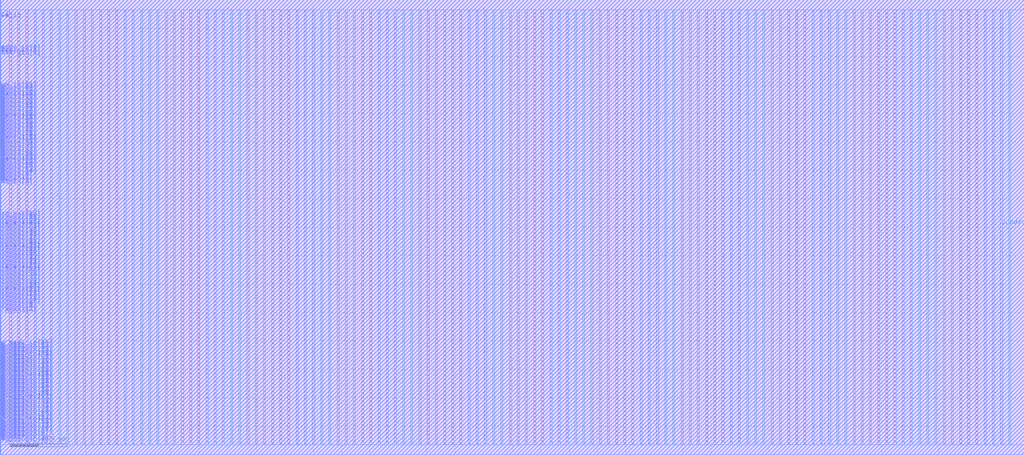
<source format=lef>
VERSION 5.7 ;
BUSBITCHARS "[]" ;
MACRO fakeram130_64x96
  FOREIGN fakeram130_64x96 0 0 ;
  SYMMETRY X Y R90 ;
  SIZE 1800.000 BY 800.000 ;
  CLASS BLOCK ;
  PIN w_mask_in[0]
    DIRECTION INPUT ;
    USE SIGNAL ;
    SHAPE ABUTMENT ;
    PORT
      LAYER met3 ;
      RECT 0.000 17.550 0.900 18.450 ;
    END
  END w_mask_in[0]
  PIN w_mask_in[1]
    DIRECTION INPUT ;
    USE SIGNAL ;
    SHAPE ABUTMENT ;
    PORT
      LAYER met3 ;
      RECT 0.000 19.350 0.900 20.250 ;
    END
  END w_mask_in[1]
  PIN w_mask_in[2]
    DIRECTION INPUT ;
    USE SIGNAL ;
    SHAPE ABUTMENT ;
    PORT
      LAYER met3 ;
      RECT 0.000 21.150 0.900 22.050 ;
    END
  END w_mask_in[2]
  PIN w_mask_in[3]
    DIRECTION INPUT ;
    USE SIGNAL ;
    SHAPE ABUTMENT ;
    PORT
      LAYER met3 ;
      RECT 0.000 22.950 0.900 23.850 ;
    END
  END w_mask_in[3]
  PIN w_mask_in[4]
    DIRECTION INPUT ;
    USE SIGNAL ;
    SHAPE ABUTMENT ;
    PORT
      LAYER met3 ;
      RECT 0.000 24.750 0.900 25.650 ;
    END
  END w_mask_in[4]
  PIN w_mask_in[5]
    DIRECTION INPUT ;
    USE SIGNAL ;
    SHAPE ABUTMENT ;
    PORT
      LAYER met3 ;
      RECT 0.000 26.550 0.900 27.450 ;
    END
  END w_mask_in[5]
  PIN w_mask_in[6]
    DIRECTION INPUT ;
    USE SIGNAL ;
    SHAPE ABUTMENT ;
    PORT
      LAYER met3 ;
      RECT 0.000 28.350 0.900 29.250 ;
    END
  END w_mask_in[6]
  PIN w_mask_in[7]
    DIRECTION INPUT ;
    USE SIGNAL ;
    SHAPE ABUTMENT ;
    PORT
      LAYER met3 ;
      RECT 0.000 30.150 0.900 31.050 ;
    END
  END w_mask_in[7]
  PIN w_mask_in[8]
    DIRECTION INPUT ;
    USE SIGNAL ;
    SHAPE ABUTMENT ;
    PORT
      LAYER met3 ;
      RECT 0.000 31.950 0.900 32.850 ;
    END
  END w_mask_in[8]
  PIN w_mask_in[9]
    DIRECTION INPUT ;
    USE SIGNAL ;
    SHAPE ABUTMENT ;
    PORT
      LAYER met3 ;
      RECT 0.000 33.750 0.900 34.650 ;
    END
  END w_mask_in[9]
  PIN w_mask_in[10]
    DIRECTION INPUT ;
    USE SIGNAL ;
    SHAPE ABUTMENT ;
    PORT
      LAYER met3 ;
      RECT 0.000 35.550 0.900 36.450 ;
    END
  END w_mask_in[10]
  PIN w_mask_in[11]
    DIRECTION INPUT ;
    USE SIGNAL ;
    SHAPE ABUTMENT ;
    PORT
      LAYER met3 ;
      RECT 0.000 37.350 0.900 38.250 ;
    END
  END w_mask_in[11]
  PIN w_mask_in[12]
    DIRECTION INPUT ;
    USE SIGNAL ;
    SHAPE ABUTMENT ;
    PORT
      LAYER met3 ;
      RECT 0.000 39.150 0.900 40.050 ;
    END
  END w_mask_in[12]
  PIN w_mask_in[13]
    DIRECTION INPUT ;
    USE SIGNAL ;
    SHAPE ABUTMENT ;
    PORT
      LAYER met3 ;
      RECT 0.000 40.950 0.900 41.850 ;
    END
  END w_mask_in[13]
  PIN w_mask_in[14]
    DIRECTION INPUT ;
    USE SIGNAL ;
    SHAPE ABUTMENT ;
    PORT
      LAYER met3 ;
      RECT 0.000 42.750 0.900 43.650 ;
    END
  END w_mask_in[14]
  PIN w_mask_in[15]
    DIRECTION INPUT ;
    USE SIGNAL ;
    SHAPE ABUTMENT ;
    PORT
      LAYER met3 ;
      RECT 0.000 44.550 0.900 45.450 ;
    END
  END w_mask_in[15]
  PIN w_mask_in[16]
    DIRECTION INPUT ;
    USE SIGNAL ;
    SHAPE ABUTMENT ;
    PORT
      LAYER met3 ;
      RECT 0.000 46.350 0.900 47.250 ;
    END
  END w_mask_in[16]
  PIN w_mask_in[17]
    DIRECTION INPUT ;
    USE SIGNAL ;
    SHAPE ABUTMENT ;
    PORT
      LAYER met3 ;
      RECT 0.000 48.150 0.900 49.050 ;
    END
  END w_mask_in[17]
  PIN w_mask_in[18]
    DIRECTION INPUT ;
    USE SIGNAL ;
    SHAPE ABUTMENT ;
    PORT
      LAYER met3 ;
      RECT 0.000 49.950 0.900 50.850 ;
    END
  END w_mask_in[18]
  PIN w_mask_in[19]
    DIRECTION INPUT ;
    USE SIGNAL ;
    SHAPE ABUTMENT ;
    PORT
      LAYER met3 ;
      RECT 0.000 51.750 0.900 52.650 ;
    END
  END w_mask_in[19]
  PIN w_mask_in[20]
    DIRECTION INPUT ;
    USE SIGNAL ;
    SHAPE ABUTMENT ;
    PORT
      LAYER met3 ;
      RECT 0.000 53.550 0.900 54.450 ;
    END
  END w_mask_in[20]
  PIN w_mask_in[21]
    DIRECTION INPUT ;
    USE SIGNAL ;
    SHAPE ABUTMENT ;
    PORT
      LAYER met3 ;
      RECT 0.000 55.350 0.900 56.250 ;
    END
  END w_mask_in[21]
  PIN w_mask_in[22]
    DIRECTION INPUT ;
    USE SIGNAL ;
    SHAPE ABUTMENT ;
    PORT
      LAYER met3 ;
      RECT 0.000 57.150 0.900 58.050 ;
    END
  END w_mask_in[22]
  PIN w_mask_in[23]
    DIRECTION INPUT ;
    USE SIGNAL ;
    SHAPE ABUTMENT ;
    PORT
      LAYER met3 ;
      RECT 0.000 58.950 0.900 59.850 ;
    END
  END w_mask_in[23]
  PIN w_mask_in[24]
    DIRECTION INPUT ;
    USE SIGNAL ;
    SHAPE ABUTMENT ;
    PORT
      LAYER met3 ;
      RECT 0.000 60.750 0.900 61.650 ;
    END
  END w_mask_in[24]
  PIN w_mask_in[25]
    DIRECTION INPUT ;
    USE SIGNAL ;
    SHAPE ABUTMENT ;
    PORT
      LAYER met3 ;
      RECT 0.000 62.550 0.900 63.450 ;
    END
  END w_mask_in[25]
  PIN w_mask_in[26]
    DIRECTION INPUT ;
    USE SIGNAL ;
    SHAPE ABUTMENT ;
    PORT
      LAYER met3 ;
      RECT 0.000 64.350 0.900 65.250 ;
    END
  END w_mask_in[26]
  PIN w_mask_in[27]
    DIRECTION INPUT ;
    USE SIGNAL ;
    SHAPE ABUTMENT ;
    PORT
      LAYER met3 ;
      RECT 0.000 66.150 0.900 67.050 ;
    END
  END w_mask_in[27]
  PIN w_mask_in[28]
    DIRECTION INPUT ;
    USE SIGNAL ;
    SHAPE ABUTMENT ;
    PORT
      LAYER met3 ;
      RECT 0.000 67.950 0.900 68.850 ;
    END
  END w_mask_in[28]
  PIN w_mask_in[29]
    DIRECTION INPUT ;
    USE SIGNAL ;
    SHAPE ABUTMENT ;
    PORT
      LAYER met3 ;
      RECT 0.000 69.750 0.900 70.650 ;
    END
  END w_mask_in[29]
  PIN w_mask_in[30]
    DIRECTION INPUT ;
    USE SIGNAL ;
    SHAPE ABUTMENT ;
    PORT
      LAYER met3 ;
      RECT 0.000 71.550 0.900 72.450 ;
    END
  END w_mask_in[30]
  PIN w_mask_in[31]
    DIRECTION INPUT ;
    USE SIGNAL ;
    SHAPE ABUTMENT ;
    PORT
      LAYER met3 ;
      RECT 0.000 73.350 0.900 74.250 ;
    END
  END w_mask_in[31]
  PIN w_mask_in[32]
    DIRECTION INPUT ;
    USE SIGNAL ;
    SHAPE ABUTMENT ;
    PORT
      LAYER met3 ;
      RECT 0.000 75.150 0.900 76.050 ;
    END
  END w_mask_in[32]
  PIN w_mask_in[33]
    DIRECTION INPUT ;
    USE SIGNAL ;
    SHAPE ABUTMENT ;
    PORT
      LAYER met3 ;
      RECT 0.000 76.950 0.900 77.850 ;
    END
  END w_mask_in[33]
  PIN w_mask_in[34]
    DIRECTION INPUT ;
    USE SIGNAL ;
    SHAPE ABUTMENT ;
    PORT
      LAYER met3 ;
      RECT 0.000 78.750 0.900 79.650 ;
    END
  END w_mask_in[34]
  PIN w_mask_in[35]
    DIRECTION INPUT ;
    USE SIGNAL ;
    SHAPE ABUTMENT ;
    PORT
      LAYER met3 ;
      RECT 0.000 80.550 0.900 81.450 ;
    END
  END w_mask_in[35]
  PIN w_mask_in[36]
    DIRECTION INPUT ;
    USE SIGNAL ;
    SHAPE ABUTMENT ;
    PORT
      LAYER met3 ;
      RECT 0.000 82.350 0.900 83.250 ;
    END
  END w_mask_in[36]
  PIN w_mask_in[37]
    DIRECTION INPUT ;
    USE SIGNAL ;
    SHAPE ABUTMENT ;
    PORT
      LAYER met3 ;
      RECT 0.000 84.150 0.900 85.050 ;
    END
  END w_mask_in[37]
  PIN w_mask_in[38]
    DIRECTION INPUT ;
    USE SIGNAL ;
    SHAPE ABUTMENT ;
    PORT
      LAYER met3 ;
      RECT 0.000 85.950 0.900 86.850 ;
    END
  END w_mask_in[38]
  PIN w_mask_in[39]
    DIRECTION INPUT ;
    USE SIGNAL ;
    SHAPE ABUTMENT ;
    PORT
      LAYER met3 ;
      RECT 0.000 87.750 0.900 88.650 ;
    END
  END w_mask_in[39]
  PIN w_mask_in[40]
    DIRECTION INPUT ;
    USE SIGNAL ;
    SHAPE ABUTMENT ;
    PORT
      LAYER met3 ;
      RECT 0.000 89.550 0.900 90.450 ;
    END
  END w_mask_in[40]
  PIN w_mask_in[41]
    DIRECTION INPUT ;
    USE SIGNAL ;
    SHAPE ABUTMENT ;
    PORT
      LAYER met3 ;
      RECT 0.000 91.350 0.900 92.250 ;
    END
  END w_mask_in[41]
  PIN w_mask_in[42]
    DIRECTION INPUT ;
    USE SIGNAL ;
    SHAPE ABUTMENT ;
    PORT
      LAYER met3 ;
      RECT 0.000 93.150 0.900 94.050 ;
    END
  END w_mask_in[42]
  PIN w_mask_in[43]
    DIRECTION INPUT ;
    USE SIGNAL ;
    SHAPE ABUTMENT ;
    PORT
      LAYER met3 ;
      RECT 0.000 94.950 0.900 95.850 ;
    END
  END w_mask_in[43]
  PIN w_mask_in[44]
    DIRECTION INPUT ;
    USE SIGNAL ;
    SHAPE ABUTMENT ;
    PORT
      LAYER met3 ;
      RECT 0.000 96.750 0.900 97.650 ;
    END
  END w_mask_in[44]
  PIN w_mask_in[45]
    DIRECTION INPUT ;
    USE SIGNAL ;
    SHAPE ABUTMENT ;
    PORT
      LAYER met3 ;
      RECT 0.000 98.550 0.900 99.450 ;
    END
  END w_mask_in[45]
  PIN w_mask_in[46]
    DIRECTION INPUT ;
    USE SIGNAL ;
    SHAPE ABUTMENT ;
    PORT
      LAYER met3 ;
      RECT 0.000 100.350 0.900 101.250 ;
    END
  END w_mask_in[46]
  PIN w_mask_in[47]
    DIRECTION INPUT ;
    USE SIGNAL ;
    SHAPE ABUTMENT ;
    PORT
      LAYER met3 ;
      RECT 0.000 102.150 0.900 103.050 ;
    END
  END w_mask_in[47]
  PIN w_mask_in[48]
    DIRECTION INPUT ;
    USE SIGNAL ;
    SHAPE ABUTMENT ;
    PORT
      LAYER met3 ;
      RECT 0.000 103.950 0.900 104.850 ;
    END
  END w_mask_in[48]
  PIN w_mask_in[49]
    DIRECTION INPUT ;
    USE SIGNAL ;
    SHAPE ABUTMENT ;
    PORT
      LAYER met3 ;
      RECT 0.000 105.750 0.900 106.650 ;
    END
  END w_mask_in[49]
  PIN w_mask_in[50]
    DIRECTION INPUT ;
    USE SIGNAL ;
    SHAPE ABUTMENT ;
    PORT
      LAYER met3 ;
      RECT 0.000 107.550 0.900 108.450 ;
    END
  END w_mask_in[50]
  PIN w_mask_in[51]
    DIRECTION INPUT ;
    USE SIGNAL ;
    SHAPE ABUTMENT ;
    PORT
      LAYER met3 ;
      RECT 0.000 109.350 0.900 110.250 ;
    END
  END w_mask_in[51]
  PIN w_mask_in[52]
    DIRECTION INPUT ;
    USE SIGNAL ;
    SHAPE ABUTMENT ;
    PORT
      LAYER met3 ;
      RECT 0.000 111.150 0.900 112.050 ;
    END
  END w_mask_in[52]
  PIN w_mask_in[53]
    DIRECTION INPUT ;
    USE SIGNAL ;
    SHAPE ABUTMENT ;
    PORT
      LAYER met3 ;
      RECT 0.000 112.950 0.900 113.850 ;
    END
  END w_mask_in[53]
  PIN w_mask_in[54]
    DIRECTION INPUT ;
    USE SIGNAL ;
    SHAPE ABUTMENT ;
    PORT
      LAYER met3 ;
      RECT 0.000 114.750 0.900 115.650 ;
    END
  END w_mask_in[54]
  PIN w_mask_in[55]
    DIRECTION INPUT ;
    USE SIGNAL ;
    SHAPE ABUTMENT ;
    PORT
      LAYER met3 ;
      RECT 0.000 116.550 0.900 117.450 ;
    END
  END w_mask_in[55]
  PIN w_mask_in[56]
    DIRECTION INPUT ;
    USE SIGNAL ;
    SHAPE ABUTMENT ;
    PORT
      LAYER met3 ;
      RECT 0.000 118.350 0.900 119.250 ;
    END
  END w_mask_in[56]
  PIN w_mask_in[57]
    DIRECTION INPUT ;
    USE SIGNAL ;
    SHAPE ABUTMENT ;
    PORT
      LAYER met3 ;
      RECT 0.000 120.150 0.900 121.050 ;
    END
  END w_mask_in[57]
  PIN w_mask_in[58]
    DIRECTION INPUT ;
    USE SIGNAL ;
    SHAPE ABUTMENT ;
    PORT
      LAYER met3 ;
      RECT 0.000 121.950 0.900 122.850 ;
    END
  END w_mask_in[58]
  PIN w_mask_in[59]
    DIRECTION INPUT ;
    USE SIGNAL ;
    SHAPE ABUTMENT ;
    PORT
      LAYER met3 ;
      RECT 0.000 123.750 0.900 124.650 ;
    END
  END w_mask_in[59]
  PIN w_mask_in[60]
    DIRECTION INPUT ;
    USE SIGNAL ;
    SHAPE ABUTMENT ;
    PORT
      LAYER met3 ;
      RECT 0.000 125.550 0.900 126.450 ;
    END
  END w_mask_in[60]
  PIN w_mask_in[61]
    DIRECTION INPUT ;
    USE SIGNAL ;
    SHAPE ABUTMENT ;
    PORT
      LAYER met3 ;
      RECT 0.000 127.350 0.900 128.250 ;
    END
  END w_mask_in[61]
  PIN w_mask_in[62]
    DIRECTION INPUT ;
    USE SIGNAL ;
    SHAPE ABUTMENT ;
    PORT
      LAYER met3 ;
      RECT 0.000 129.150 0.900 130.050 ;
    END
  END w_mask_in[62]
  PIN w_mask_in[63]
    DIRECTION INPUT ;
    USE SIGNAL ;
    SHAPE ABUTMENT ;
    PORT
      LAYER met3 ;
      RECT 0.000 130.950 0.900 131.850 ;
    END
  END w_mask_in[63]
  PIN w_mask_in[64]
    DIRECTION INPUT ;
    USE SIGNAL ;
    SHAPE ABUTMENT ;
    PORT
      LAYER met3 ;
      RECT 0.000 132.750 0.900 133.650 ;
    END
  END w_mask_in[64]
  PIN w_mask_in[65]
    DIRECTION INPUT ;
    USE SIGNAL ;
    SHAPE ABUTMENT ;
    PORT
      LAYER met3 ;
      RECT 0.000 134.550 0.900 135.450 ;
    END
  END w_mask_in[65]
  PIN w_mask_in[66]
    DIRECTION INPUT ;
    USE SIGNAL ;
    SHAPE ABUTMENT ;
    PORT
      LAYER met3 ;
      RECT 0.000 136.350 0.900 137.250 ;
    END
  END w_mask_in[66]
  PIN w_mask_in[67]
    DIRECTION INPUT ;
    USE SIGNAL ;
    SHAPE ABUTMENT ;
    PORT
      LAYER met3 ;
      RECT 0.000 138.150 0.900 139.050 ;
    END
  END w_mask_in[67]
  PIN w_mask_in[68]
    DIRECTION INPUT ;
    USE SIGNAL ;
    SHAPE ABUTMENT ;
    PORT
      LAYER met3 ;
      RECT 0.000 139.950 0.900 140.850 ;
    END
  END w_mask_in[68]
  PIN w_mask_in[69]
    DIRECTION INPUT ;
    USE SIGNAL ;
    SHAPE ABUTMENT ;
    PORT
      LAYER met3 ;
      RECT 0.000 141.750 0.900 142.650 ;
    END
  END w_mask_in[69]
  PIN w_mask_in[70]
    DIRECTION INPUT ;
    USE SIGNAL ;
    SHAPE ABUTMENT ;
    PORT
      LAYER met3 ;
      RECT 0.000 143.550 0.900 144.450 ;
    END
  END w_mask_in[70]
  PIN w_mask_in[71]
    DIRECTION INPUT ;
    USE SIGNAL ;
    SHAPE ABUTMENT ;
    PORT
      LAYER met3 ;
      RECT 0.000 145.350 0.900 146.250 ;
    END
  END w_mask_in[71]
  PIN w_mask_in[72]
    DIRECTION INPUT ;
    USE SIGNAL ;
    SHAPE ABUTMENT ;
    PORT
      LAYER met3 ;
      RECT 0.000 147.150 0.900 148.050 ;
    END
  END w_mask_in[72]
  PIN w_mask_in[73]
    DIRECTION INPUT ;
    USE SIGNAL ;
    SHAPE ABUTMENT ;
    PORT
      LAYER met3 ;
      RECT 0.000 148.950 0.900 149.850 ;
    END
  END w_mask_in[73]
  PIN w_mask_in[74]
    DIRECTION INPUT ;
    USE SIGNAL ;
    SHAPE ABUTMENT ;
    PORT
      LAYER met3 ;
      RECT 0.000 150.750 0.900 151.650 ;
    END
  END w_mask_in[74]
  PIN w_mask_in[75]
    DIRECTION INPUT ;
    USE SIGNAL ;
    SHAPE ABUTMENT ;
    PORT
      LAYER met3 ;
      RECT 0.000 152.550 0.900 153.450 ;
    END
  END w_mask_in[75]
  PIN w_mask_in[76]
    DIRECTION INPUT ;
    USE SIGNAL ;
    SHAPE ABUTMENT ;
    PORT
      LAYER met3 ;
      RECT 0.000 154.350 0.900 155.250 ;
    END
  END w_mask_in[76]
  PIN w_mask_in[77]
    DIRECTION INPUT ;
    USE SIGNAL ;
    SHAPE ABUTMENT ;
    PORT
      LAYER met3 ;
      RECT 0.000 156.150 0.900 157.050 ;
    END
  END w_mask_in[77]
  PIN w_mask_in[78]
    DIRECTION INPUT ;
    USE SIGNAL ;
    SHAPE ABUTMENT ;
    PORT
      LAYER met3 ;
      RECT 0.000 157.950 0.900 158.850 ;
    END
  END w_mask_in[78]
  PIN w_mask_in[79]
    DIRECTION INPUT ;
    USE SIGNAL ;
    SHAPE ABUTMENT ;
    PORT
      LAYER met3 ;
      RECT 0.000 159.750 0.900 160.650 ;
    END
  END w_mask_in[79]
  PIN w_mask_in[80]
    DIRECTION INPUT ;
    USE SIGNAL ;
    SHAPE ABUTMENT ;
    PORT
      LAYER met3 ;
      RECT 0.000 161.550 0.900 162.450 ;
    END
  END w_mask_in[80]
  PIN w_mask_in[81]
    DIRECTION INPUT ;
    USE SIGNAL ;
    SHAPE ABUTMENT ;
    PORT
      LAYER met3 ;
      RECT 0.000 163.350 0.900 164.250 ;
    END
  END w_mask_in[81]
  PIN w_mask_in[82]
    DIRECTION INPUT ;
    USE SIGNAL ;
    SHAPE ABUTMENT ;
    PORT
      LAYER met3 ;
      RECT 0.000 165.150 0.900 166.050 ;
    END
  END w_mask_in[82]
  PIN w_mask_in[83]
    DIRECTION INPUT ;
    USE SIGNAL ;
    SHAPE ABUTMENT ;
    PORT
      LAYER met3 ;
      RECT 0.000 166.950 0.900 167.850 ;
    END
  END w_mask_in[83]
  PIN w_mask_in[84]
    DIRECTION INPUT ;
    USE SIGNAL ;
    SHAPE ABUTMENT ;
    PORT
      LAYER met3 ;
      RECT 0.000 168.750 0.900 169.650 ;
    END
  END w_mask_in[84]
  PIN w_mask_in[85]
    DIRECTION INPUT ;
    USE SIGNAL ;
    SHAPE ABUTMENT ;
    PORT
      LAYER met3 ;
      RECT 0.000 170.550 0.900 171.450 ;
    END
  END w_mask_in[85]
  PIN w_mask_in[86]
    DIRECTION INPUT ;
    USE SIGNAL ;
    SHAPE ABUTMENT ;
    PORT
      LAYER met3 ;
      RECT 0.000 172.350 0.900 173.250 ;
    END
  END w_mask_in[86]
  PIN w_mask_in[87]
    DIRECTION INPUT ;
    USE SIGNAL ;
    SHAPE ABUTMENT ;
    PORT
      LAYER met3 ;
      RECT 0.000 174.150 0.900 175.050 ;
    END
  END w_mask_in[87]
  PIN w_mask_in[88]
    DIRECTION INPUT ;
    USE SIGNAL ;
    SHAPE ABUTMENT ;
    PORT
      LAYER met3 ;
      RECT 0.000 175.950 0.900 176.850 ;
    END
  END w_mask_in[88]
  PIN w_mask_in[89]
    DIRECTION INPUT ;
    USE SIGNAL ;
    SHAPE ABUTMENT ;
    PORT
      LAYER met3 ;
      RECT 0.000 177.750 0.900 178.650 ;
    END
  END w_mask_in[89]
  PIN w_mask_in[90]
    DIRECTION INPUT ;
    USE SIGNAL ;
    SHAPE ABUTMENT ;
    PORT
      LAYER met3 ;
      RECT 0.000 179.550 0.900 180.450 ;
    END
  END w_mask_in[90]
  PIN w_mask_in[91]
    DIRECTION INPUT ;
    USE SIGNAL ;
    SHAPE ABUTMENT ;
    PORT
      LAYER met3 ;
      RECT 0.000 181.350 0.900 182.250 ;
    END
  END w_mask_in[91]
  PIN w_mask_in[92]
    DIRECTION INPUT ;
    USE SIGNAL ;
    SHAPE ABUTMENT ;
    PORT
      LAYER met3 ;
      RECT 0.000 183.150 0.900 184.050 ;
    END
  END w_mask_in[92]
  PIN w_mask_in[93]
    DIRECTION INPUT ;
    USE SIGNAL ;
    SHAPE ABUTMENT ;
    PORT
      LAYER met3 ;
      RECT 0.000 184.950 0.900 185.850 ;
    END
  END w_mask_in[93]
  PIN w_mask_in[94]
    DIRECTION INPUT ;
    USE SIGNAL ;
    SHAPE ABUTMENT ;
    PORT
      LAYER met3 ;
      RECT 0.000 186.750 0.900 187.650 ;
    END
  END w_mask_in[94]
  PIN w_mask_in[95]
    DIRECTION INPUT ;
    USE SIGNAL ;
    SHAPE ABUTMENT ;
    PORT
      LAYER met3 ;
      RECT 0.000 188.550 0.900 189.450 ;
    END
  END w_mask_in[95]
  PIN rd_out[0]
    DIRECTION OUTPUT ;
    USE SIGNAL ;
    SHAPE ABUTMENT ;
    PORT
      LAYER met3 ;
      RECT 0.000 244.350 0.900 245.250 ;
    END
  END rd_out[0]
  PIN rd_out[1]
    DIRECTION OUTPUT ;
    USE SIGNAL ;
    SHAPE ABUTMENT ;
    PORT
      LAYER met3 ;
      RECT 0.000 246.150 0.900 247.050 ;
    END
  END rd_out[1]
  PIN rd_out[2]
    DIRECTION OUTPUT ;
    USE SIGNAL ;
    SHAPE ABUTMENT ;
    PORT
      LAYER met3 ;
      RECT 0.000 247.950 0.900 248.850 ;
    END
  END rd_out[2]
  PIN rd_out[3]
    DIRECTION OUTPUT ;
    USE SIGNAL ;
    SHAPE ABUTMENT ;
    PORT
      LAYER met3 ;
      RECT 0.000 249.750 0.900 250.650 ;
    END
  END rd_out[3]
  PIN rd_out[4]
    DIRECTION OUTPUT ;
    USE SIGNAL ;
    SHAPE ABUTMENT ;
    PORT
      LAYER met3 ;
      RECT 0.000 251.550 0.900 252.450 ;
    END
  END rd_out[4]
  PIN rd_out[5]
    DIRECTION OUTPUT ;
    USE SIGNAL ;
    SHAPE ABUTMENT ;
    PORT
      LAYER met3 ;
      RECT 0.000 253.350 0.900 254.250 ;
    END
  END rd_out[5]
  PIN rd_out[6]
    DIRECTION OUTPUT ;
    USE SIGNAL ;
    SHAPE ABUTMENT ;
    PORT
      LAYER met3 ;
      RECT 0.000 255.150 0.900 256.050 ;
    END
  END rd_out[6]
  PIN rd_out[7]
    DIRECTION OUTPUT ;
    USE SIGNAL ;
    SHAPE ABUTMENT ;
    PORT
      LAYER met3 ;
      RECT 0.000 256.950 0.900 257.850 ;
    END
  END rd_out[7]
  PIN rd_out[8]
    DIRECTION OUTPUT ;
    USE SIGNAL ;
    SHAPE ABUTMENT ;
    PORT
      LAYER met3 ;
      RECT 0.000 258.750 0.900 259.650 ;
    END
  END rd_out[8]
  PIN rd_out[9]
    DIRECTION OUTPUT ;
    USE SIGNAL ;
    SHAPE ABUTMENT ;
    PORT
      LAYER met3 ;
      RECT 0.000 260.550 0.900 261.450 ;
    END
  END rd_out[9]
  PIN rd_out[10]
    DIRECTION OUTPUT ;
    USE SIGNAL ;
    SHAPE ABUTMENT ;
    PORT
      LAYER met3 ;
      RECT 0.000 262.350 0.900 263.250 ;
    END
  END rd_out[10]
  PIN rd_out[11]
    DIRECTION OUTPUT ;
    USE SIGNAL ;
    SHAPE ABUTMENT ;
    PORT
      LAYER met3 ;
      RECT 0.000 264.150 0.900 265.050 ;
    END
  END rd_out[11]
  PIN rd_out[12]
    DIRECTION OUTPUT ;
    USE SIGNAL ;
    SHAPE ABUTMENT ;
    PORT
      LAYER met3 ;
      RECT 0.000 265.950 0.900 266.850 ;
    END
  END rd_out[12]
  PIN rd_out[13]
    DIRECTION OUTPUT ;
    USE SIGNAL ;
    SHAPE ABUTMENT ;
    PORT
      LAYER met3 ;
      RECT 0.000 267.750 0.900 268.650 ;
    END
  END rd_out[13]
  PIN rd_out[14]
    DIRECTION OUTPUT ;
    USE SIGNAL ;
    SHAPE ABUTMENT ;
    PORT
      LAYER met3 ;
      RECT 0.000 269.550 0.900 270.450 ;
    END
  END rd_out[14]
  PIN rd_out[15]
    DIRECTION OUTPUT ;
    USE SIGNAL ;
    SHAPE ABUTMENT ;
    PORT
      LAYER met3 ;
      RECT 0.000 271.350 0.900 272.250 ;
    END
  END rd_out[15]
  PIN rd_out[16]
    DIRECTION OUTPUT ;
    USE SIGNAL ;
    SHAPE ABUTMENT ;
    PORT
      LAYER met3 ;
      RECT 0.000 273.150 0.900 274.050 ;
    END
  END rd_out[16]
  PIN rd_out[17]
    DIRECTION OUTPUT ;
    USE SIGNAL ;
    SHAPE ABUTMENT ;
    PORT
      LAYER met3 ;
      RECT 0.000 274.950 0.900 275.850 ;
    END
  END rd_out[17]
  PIN rd_out[18]
    DIRECTION OUTPUT ;
    USE SIGNAL ;
    SHAPE ABUTMENT ;
    PORT
      LAYER met3 ;
      RECT 0.000 276.750 0.900 277.650 ;
    END
  END rd_out[18]
  PIN rd_out[19]
    DIRECTION OUTPUT ;
    USE SIGNAL ;
    SHAPE ABUTMENT ;
    PORT
      LAYER met3 ;
      RECT 0.000 278.550 0.900 279.450 ;
    END
  END rd_out[19]
  PIN rd_out[20]
    DIRECTION OUTPUT ;
    USE SIGNAL ;
    SHAPE ABUTMENT ;
    PORT
      LAYER met3 ;
      RECT 0.000 280.350 0.900 281.250 ;
    END
  END rd_out[20]
  PIN rd_out[21]
    DIRECTION OUTPUT ;
    USE SIGNAL ;
    SHAPE ABUTMENT ;
    PORT
      LAYER met3 ;
      RECT 0.000 282.150 0.900 283.050 ;
    END
  END rd_out[21]
  PIN rd_out[22]
    DIRECTION OUTPUT ;
    USE SIGNAL ;
    SHAPE ABUTMENT ;
    PORT
      LAYER met3 ;
      RECT 0.000 283.950 0.900 284.850 ;
    END
  END rd_out[22]
  PIN rd_out[23]
    DIRECTION OUTPUT ;
    USE SIGNAL ;
    SHAPE ABUTMENT ;
    PORT
      LAYER met3 ;
      RECT 0.000 285.750 0.900 286.650 ;
    END
  END rd_out[23]
  PIN rd_out[24]
    DIRECTION OUTPUT ;
    USE SIGNAL ;
    SHAPE ABUTMENT ;
    PORT
      LAYER met3 ;
      RECT 0.000 287.550 0.900 288.450 ;
    END
  END rd_out[24]
  PIN rd_out[25]
    DIRECTION OUTPUT ;
    USE SIGNAL ;
    SHAPE ABUTMENT ;
    PORT
      LAYER met3 ;
      RECT 0.000 289.350 0.900 290.250 ;
    END
  END rd_out[25]
  PIN rd_out[26]
    DIRECTION OUTPUT ;
    USE SIGNAL ;
    SHAPE ABUTMENT ;
    PORT
      LAYER met3 ;
      RECT 0.000 291.150 0.900 292.050 ;
    END
  END rd_out[26]
  PIN rd_out[27]
    DIRECTION OUTPUT ;
    USE SIGNAL ;
    SHAPE ABUTMENT ;
    PORT
      LAYER met3 ;
      RECT 0.000 292.950 0.900 293.850 ;
    END
  END rd_out[27]
  PIN rd_out[28]
    DIRECTION OUTPUT ;
    USE SIGNAL ;
    SHAPE ABUTMENT ;
    PORT
      LAYER met3 ;
      RECT 0.000 294.750 0.900 295.650 ;
    END
  END rd_out[28]
  PIN rd_out[29]
    DIRECTION OUTPUT ;
    USE SIGNAL ;
    SHAPE ABUTMENT ;
    PORT
      LAYER met3 ;
      RECT 0.000 296.550 0.900 297.450 ;
    END
  END rd_out[29]
  PIN rd_out[30]
    DIRECTION OUTPUT ;
    USE SIGNAL ;
    SHAPE ABUTMENT ;
    PORT
      LAYER met3 ;
      RECT 0.000 298.350 0.900 299.250 ;
    END
  END rd_out[30]
  PIN rd_out[31]
    DIRECTION OUTPUT ;
    USE SIGNAL ;
    SHAPE ABUTMENT ;
    PORT
      LAYER met3 ;
      RECT 0.000 300.150 0.900 301.050 ;
    END
  END rd_out[31]
  PIN rd_out[32]
    DIRECTION OUTPUT ;
    USE SIGNAL ;
    SHAPE ABUTMENT ;
    PORT
      LAYER met3 ;
      RECT 0.000 301.950 0.900 302.850 ;
    END
  END rd_out[32]
  PIN rd_out[33]
    DIRECTION OUTPUT ;
    USE SIGNAL ;
    SHAPE ABUTMENT ;
    PORT
      LAYER met3 ;
      RECT 0.000 303.750 0.900 304.650 ;
    END
  END rd_out[33]
  PIN rd_out[34]
    DIRECTION OUTPUT ;
    USE SIGNAL ;
    SHAPE ABUTMENT ;
    PORT
      LAYER met3 ;
      RECT 0.000 305.550 0.900 306.450 ;
    END
  END rd_out[34]
  PIN rd_out[35]
    DIRECTION OUTPUT ;
    USE SIGNAL ;
    SHAPE ABUTMENT ;
    PORT
      LAYER met3 ;
      RECT 0.000 307.350 0.900 308.250 ;
    END
  END rd_out[35]
  PIN rd_out[36]
    DIRECTION OUTPUT ;
    USE SIGNAL ;
    SHAPE ABUTMENT ;
    PORT
      LAYER met3 ;
      RECT 0.000 309.150 0.900 310.050 ;
    END
  END rd_out[36]
  PIN rd_out[37]
    DIRECTION OUTPUT ;
    USE SIGNAL ;
    SHAPE ABUTMENT ;
    PORT
      LAYER met3 ;
      RECT 0.000 310.950 0.900 311.850 ;
    END
  END rd_out[37]
  PIN rd_out[38]
    DIRECTION OUTPUT ;
    USE SIGNAL ;
    SHAPE ABUTMENT ;
    PORT
      LAYER met3 ;
      RECT 0.000 312.750 0.900 313.650 ;
    END
  END rd_out[38]
  PIN rd_out[39]
    DIRECTION OUTPUT ;
    USE SIGNAL ;
    SHAPE ABUTMENT ;
    PORT
      LAYER met3 ;
      RECT 0.000 314.550 0.900 315.450 ;
    END
  END rd_out[39]
  PIN rd_out[40]
    DIRECTION OUTPUT ;
    USE SIGNAL ;
    SHAPE ABUTMENT ;
    PORT
      LAYER met3 ;
      RECT 0.000 316.350 0.900 317.250 ;
    END
  END rd_out[40]
  PIN rd_out[41]
    DIRECTION OUTPUT ;
    USE SIGNAL ;
    SHAPE ABUTMENT ;
    PORT
      LAYER met3 ;
      RECT 0.000 318.150 0.900 319.050 ;
    END
  END rd_out[41]
  PIN rd_out[42]
    DIRECTION OUTPUT ;
    USE SIGNAL ;
    SHAPE ABUTMENT ;
    PORT
      LAYER met3 ;
      RECT 0.000 319.950 0.900 320.850 ;
    END
  END rd_out[42]
  PIN rd_out[43]
    DIRECTION OUTPUT ;
    USE SIGNAL ;
    SHAPE ABUTMENT ;
    PORT
      LAYER met3 ;
      RECT 0.000 321.750 0.900 322.650 ;
    END
  END rd_out[43]
  PIN rd_out[44]
    DIRECTION OUTPUT ;
    USE SIGNAL ;
    SHAPE ABUTMENT ;
    PORT
      LAYER met3 ;
      RECT 0.000 323.550 0.900 324.450 ;
    END
  END rd_out[44]
  PIN rd_out[45]
    DIRECTION OUTPUT ;
    USE SIGNAL ;
    SHAPE ABUTMENT ;
    PORT
      LAYER met3 ;
      RECT 0.000 325.350 0.900 326.250 ;
    END
  END rd_out[45]
  PIN rd_out[46]
    DIRECTION OUTPUT ;
    USE SIGNAL ;
    SHAPE ABUTMENT ;
    PORT
      LAYER met3 ;
      RECT 0.000 327.150 0.900 328.050 ;
    END
  END rd_out[46]
  PIN rd_out[47]
    DIRECTION OUTPUT ;
    USE SIGNAL ;
    SHAPE ABUTMENT ;
    PORT
      LAYER met3 ;
      RECT 0.000 328.950 0.900 329.850 ;
    END
  END rd_out[47]
  PIN rd_out[48]
    DIRECTION OUTPUT ;
    USE SIGNAL ;
    SHAPE ABUTMENT ;
    PORT
      LAYER met3 ;
      RECT 0.000 330.750 0.900 331.650 ;
    END
  END rd_out[48]
  PIN rd_out[49]
    DIRECTION OUTPUT ;
    USE SIGNAL ;
    SHAPE ABUTMENT ;
    PORT
      LAYER met3 ;
      RECT 0.000 332.550 0.900 333.450 ;
    END
  END rd_out[49]
  PIN rd_out[50]
    DIRECTION OUTPUT ;
    USE SIGNAL ;
    SHAPE ABUTMENT ;
    PORT
      LAYER met3 ;
      RECT 0.000 334.350 0.900 335.250 ;
    END
  END rd_out[50]
  PIN rd_out[51]
    DIRECTION OUTPUT ;
    USE SIGNAL ;
    SHAPE ABUTMENT ;
    PORT
      LAYER met3 ;
      RECT 0.000 336.150 0.900 337.050 ;
    END
  END rd_out[51]
  PIN rd_out[52]
    DIRECTION OUTPUT ;
    USE SIGNAL ;
    SHAPE ABUTMENT ;
    PORT
      LAYER met3 ;
      RECT 0.000 337.950 0.900 338.850 ;
    END
  END rd_out[52]
  PIN rd_out[53]
    DIRECTION OUTPUT ;
    USE SIGNAL ;
    SHAPE ABUTMENT ;
    PORT
      LAYER met3 ;
      RECT 0.000 339.750 0.900 340.650 ;
    END
  END rd_out[53]
  PIN rd_out[54]
    DIRECTION OUTPUT ;
    USE SIGNAL ;
    SHAPE ABUTMENT ;
    PORT
      LAYER met3 ;
      RECT 0.000 341.550 0.900 342.450 ;
    END
  END rd_out[54]
  PIN rd_out[55]
    DIRECTION OUTPUT ;
    USE SIGNAL ;
    SHAPE ABUTMENT ;
    PORT
      LAYER met3 ;
      RECT 0.000 343.350 0.900 344.250 ;
    END
  END rd_out[55]
  PIN rd_out[56]
    DIRECTION OUTPUT ;
    USE SIGNAL ;
    SHAPE ABUTMENT ;
    PORT
      LAYER met3 ;
      RECT 0.000 345.150 0.900 346.050 ;
    END
  END rd_out[56]
  PIN rd_out[57]
    DIRECTION OUTPUT ;
    USE SIGNAL ;
    SHAPE ABUTMENT ;
    PORT
      LAYER met3 ;
      RECT 0.000 346.950 0.900 347.850 ;
    END
  END rd_out[57]
  PIN rd_out[58]
    DIRECTION OUTPUT ;
    USE SIGNAL ;
    SHAPE ABUTMENT ;
    PORT
      LAYER met3 ;
      RECT 0.000 348.750 0.900 349.650 ;
    END
  END rd_out[58]
  PIN rd_out[59]
    DIRECTION OUTPUT ;
    USE SIGNAL ;
    SHAPE ABUTMENT ;
    PORT
      LAYER met3 ;
      RECT 0.000 350.550 0.900 351.450 ;
    END
  END rd_out[59]
  PIN rd_out[60]
    DIRECTION OUTPUT ;
    USE SIGNAL ;
    SHAPE ABUTMENT ;
    PORT
      LAYER met3 ;
      RECT 0.000 352.350 0.900 353.250 ;
    END
  END rd_out[60]
  PIN rd_out[61]
    DIRECTION OUTPUT ;
    USE SIGNAL ;
    SHAPE ABUTMENT ;
    PORT
      LAYER met3 ;
      RECT 0.000 354.150 0.900 355.050 ;
    END
  END rd_out[61]
  PIN rd_out[62]
    DIRECTION OUTPUT ;
    USE SIGNAL ;
    SHAPE ABUTMENT ;
    PORT
      LAYER met3 ;
      RECT 0.000 355.950 0.900 356.850 ;
    END
  END rd_out[62]
  PIN rd_out[63]
    DIRECTION OUTPUT ;
    USE SIGNAL ;
    SHAPE ABUTMENT ;
    PORT
      LAYER met3 ;
      RECT 0.000 357.750 0.900 358.650 ;
    END
  END rd_out[63]
  PIN rd_out[64]
    DIRECTION OUTPUT ;
    USE SIGNAL ;
    SHAPE ABUTMENT ;
    PORT
      LAYER met3 ;
      RECT 0.000 359.550 0.900 360.450 ;
    END
  END rd_out[64]
  PIN rd_out[65]
    DIRECTION OUTPUT ;
    USE SIGNAL ;
    SHAPE ABUTMENT ;
    PORT
      LAYER met3 ;
      RECT 0.000 361.350 0.900 362.250 ;
    END
  END rd_out[65]
  PIN rd_out[66]
    DIRECTION OUTPUT ;
    USE SIGNAL ;
    SHAPE ABUTMENT ;
    PORT
      LAYER met3 ;
      RECT 0.000 363.150 0.900 364.050 ;
    END
  END rd_out[66]
  PIN rd_out[67]
    DIRECTION OUTPUT ;
    USE SIGNAL ;
    SHAPE ABUTMENT ;
    PORT
      LAYER met3 ;
      RECT 0.000 364.950 0.900 365.850 ;
    END
  END rd_out[67]
  PIN rd_out[68]
    DIRECTION OUTPUT ;
    USE SIGNAL ;
    SHAPE ABUTMENT ;
    PORT
      LAYER met3 ;
      RECT 0.000 366.750 0.900 367.650 ;
    END
  END rd_out[68]
  PIN rd_out[69]
    DIRECTION OUTPUT ;
    USE SIGNAL ;
    SHAPE ABUTMENT ;
    PORT
      LAYER met3 ;
      RECT 0.000 368.550 0.900 369.450 ;
    END
  END rd_out[69]
  PIN rd_out[70]
    DIRECTION OUTPUT ;
    USE SIGNAL ;
    SHAPE ABUTMENT ;
    PORT
      LAYER met3 ;
      RECT 0.000 370.350 0.900 371.250 ;
    END
  END rd_out[70]
  PIN rd_out[71]
    DIRECTION OUTPUT ;
    USE SIGNAL ;
    SHAPE ABUTMENT ;
    PORT
      LAYER met3 ;
      RECT 0.000 372.150 0.900 373.050 ;
    END
  END rd_out[71]
  PIN rd_out[72]
    DIRECTION OUTPUT ;
    USE SIGNAL ;
    SHAPE ABUTMENT ;
    PORT
      LAYER met3 ;
      RECT 0.000 373.950 0.900 374.850 ;
    END
  END rd_out[72]
  PIN rd_out[73]
    DIRECTION OUTPUT ;
    USE SIGNAL ;
    SHAPE ABUTMENT ;
    PORT
      LAYER met3 ;
      RECT 0.000 375.750 0.900 376.650 ;
    END
  END rd_out[73]
  PIN rd_out[74]
    DIRECTION OUTPUT ;
    USE SIGNAL ;
    SHAPE ABUTMENT ;
    PORT
      LAYER met3 ;
      RECT 0.000 377.550 0.900 378.450 ;
    END
  END rd_out[74]
  PIN rd_out[75]
    DIRECTION OUTPUT ;
    USE SIGNAL ;
    SHAPE ABUTMENT ;
    PORT
      LAYER met3 ;
      RECT 0.000 379.350 0.900 380.250 ;
    END
  END rd_out[75]
  PIN rd_out[76]
    DIRECTION OUTPUT ;
    USE SIGNAL ;
    SHAPE ABUTMENT ;
    PORT
      LAYER met3 ;
      RECT 0.000 381.150 0.900 382.050 ;
    END
  END rd_out[76]
  PIN rd_out[77]
    DIRECTION OUTPUT ;
    USE SIGNAL ;
    SHAPE ABUTMENT ;
    PORT
      LAYER met3 ;
      RECT 0.000 382.950 0.900 383.850 ;
    END
  END rd_out[77]
  PIN rd_out[78]
    DIRECTION OUTPUT ;
    USE SIGNAL ;
    SHAPE ABUTMENT ;
    PORT
      LAYER met3 ;
      RECT 0.000 384.750 0.900 385.650 ;
    END
  END rd_out[78]
  PIN rd_out[79]
    DIRECTION OUTPUT ;
    USE SIGNAL ;
    SHAPE ABUTMENT ;
    PORT
      LAYER met3 ;
      RECT 0.000 386.550 0.900 387.450 ;
    END
  END rd_out[79]
  PIN rd_out[80]
    DIRECTION OUTPUT ;
    USE SIGNAL ;
    SHAPE ABUTMENT ;
    PORT
      LAYER met3 ;
      RECT 0.000 388.350 0.900 389.250 ;
    END
  END rd_out[80]
  PIN rd_out[81]
    DIRECTION OUTPUT ;
    USE SIGNAL ;
    SHAPE ABUTMENT ;
    PORT
      LAYER met3 ;
      RECT 0.000 390.150 0.900 391.050 ;
    END
  END rd_out[81]
  PIN rd_out[82]
    DIRECTION OUTPUT ;
    USE SIGNAL ;
    SHAPE ABUTMENT ;
    PORT
      LAYER met3 ;
      RECT 0.000 391.950 0.900 392.850 ;
    END
  END rd_out[82]
  PIN rd_out[83]
    DIRECTION OUTPUT ;
    USE SIGNAL ;
    SHAPE ABUTMENT ;
    PORT
      LAYER met3 ;
      RECT 0.000 393.750 0.900 394.650 ;
    END
  END rd_out[83]
  PIN rd_out[84]
    DIRECTION OUTPUT ;
    USE SIGNAL ;
    SHAPE ABUTMENT ;
    PORT
      LAYER met3 ;
      RECT 0.000 395.550 0.900 396.450 ;
    END
  END rd_out[84]
  PIN rd_out[85]
    DIRECTION OUTPUT ;
    USE SIGNAL ;
    SHAPE ABUTMENT ;
    PORT
      LAYER met3 ;
      RECT 0.000 397.350 0.900 398.250 ;
    END
  END rd_out[85]
  PIN rd_out[86]
    DIRECTION OUTPUT ;
    USE SIGNAL ;
    SHAPE ABUTMENT ;
    PORT
      LAYER met3 ;
      RECT 0.000 399.150 0.900 400.050 ;
    END
  END rd_out[86]
  PIN rd_out[87]
    DIRECTION OUTPUT ;
    USE SIGNAL ;
    SHAPE ABUTMENT ;
    PORT
      LAYER met3 ;
      RECT 0.000 400.950 0.900 401.850 ;
    END
  END rd_out[87]
  PIN rd_out[88]
    DIRECTION OUTPUT ;
    USE SIGNAL ;
    SHAPE ABUTMENT ;
    PORT
      LAYER met3 ;
      RECT 0.000 402.750 0.900 403.650 ;
    END
  END rd_out[88]
  PIN rd_out[89]
    DIRECTION OUTPUT ;
    USE SIGNAL ;
    SHAPE ABUTMENT ;
    PORT
      LAYER met3 ;
      RECT 0.000 404.550 0.900 405.450 ;
    END
  END rd_out[89]
  PIN rd_out[90]
    DIRECTION OUTPUT ;
    USE SIGNAL ;
    SHAPE ABUTMENT ;
    PORT
      LAYER met3 ;
      RECT 0.000 406.350 0.900 407.250 ;
    END
  END rd_out[90]
  PIN rd_out[91]
    DIRECTION OUTPUT ;
    USE SIGNAL ;
    SHAPE ABUTMENT ;
    PORT
      LAYER met3 ;
      RECT 0.000 408.150 0.900 409.050 ;
    END
  END rd_out[91]
  PIN rd_out[92]
    DIRECTION OUTPUT ;
    USE SIGNAL ;
    SHAPE ABUTMENT ;
    PORT
      LAYER met3 ;
      RECT 0.000 409.950 0.900 410.850 ;
    END
  END rd_out[92]
  PIN rd_out[93]
    DIRECTION OUTPUT ;
    USE SIGNAL ;
    SHAPE ABUTMENT ;
    PORT
      LAYER met3 ;
      RECT 0.000 411.750 0.900 412.650 ;
    END
  END rd_out[93]
  PIN rd_out[94]
    DIRECTION OUTPUT ;
    USE SIGNAL ;
    SHAPE ABUTMENT ;
    PORT
      LAYER met3 ;
      RECT 0.000 413.550 0.900 414.450 ;
    END
  END rd_out[94]
  PIN rd_out[95]
    DIRECTION OUTPUT ;
    USE SIGNAL ;
    SHAPE ABUTMENT ;
    PORT
      LAYER met3 ;
      RECT 0.000 415.350 0.900 416.250 ;
    END
  END rd_out[95]
  PIN wd_in[0]
    DIRECTION INPUT ;
    USE SIGNAL ;
    SHAPE ABUTMENT ;
    PORT
      LAYER met3 ;
      RECT 0.000 471.150 0.900 472.050 ;
    END
  END wd_in[0]
  PIN wd_in[1]
    DIRECTION INPUT ;
    USE SIGNAL ;
    SHAPE ABUTMENT ;
    PORT
      LAYER met3 ;
      RECT 0.000 472.950 0.900 473.850 ;
    END
  END wd_in[1]
  PIN wd_in[2]
    DIRECTION INPUT ;
    USE SIGNAL ;
    SHAPE ABUTMENT ;
    PORT
      LAYER met3 ;
      RECT 0.000 474.750 0.900 475.650 ;
    END
  END wd_in[2]
  PIN wd_in[3]
    DIRECTION INPUT ;
    USE SIGNAL ;
    SHAPE ABUTMENT ;
    PORT
      LAYER met3 ;
      RECT 0.000 476.550 0.900 477.450 ;
    END
  END wd_in[3]
  PIN wd_in[4]
    DIRECTION INPUT ;
    USE SIGNAL ;
    SHAPE ABUTMENT ;
    PORT
      LAYER met3 ;
      RECT 0.000 478.350 0.900 479.250 ;
    END
  END wd_in[4]
  PIN wd_in[5]
    DIRECTION INPUT ;
    USE SIGNAL ;
    SHAPE ABUTMENT ;
    PORT
      LAYER met3 ;
      RECT 0.000 480.150 0.900 481.050 ;
    END
  END wd_in[5]
  PIN wd_in[6]
    DIRECTION INPUT ;
    USE SIGNAL ;
    SHAPE ABUTMENT ;
    PORT
      LAYER met3 ;
      RECT 0.000 481.950 0.900 482.850 ;
    END
  END wd_in[6]
  PIN wd_in[7]
    DIRECTION INPUT ;
    USE SIGNAL ;
    SHAPE ABUTMENT ;
    PORT
      LAYER met3 ;
      RECT 0.000 483.750 0.900 484.650 ;
    END
  END wd_in[7]
  PIN wd_in[8]
    DIRECTION INPUT ;
    USE SIGNAL ;
    SHAPE ABUTMENT ;
    PORT
      LAYER met3 ;
      RECT 0.000 485.550 0.900 486.450 ;
    END
  END wd_in[8]
  PIN wd_in[9]
    DIRECTION INPUT ;
    USE SIGNAL ;
    SHAPE ABUTMENT ;
    PORT
      LAYER met3 ;
      RECT 0.000 487.350 0.900 488.250 ;
    END
  END wd_in[9]
  PIN wd_in[10]
    DIRECTION INPUT ;
    USE SIGNAL ;
    SHAPE ABUTMENT ;
    PORT
      LAYER met3 ;
      RECT 0.000 489.150 0.900 490.050 ;
    END
  END wd_in[10]
  PIN wd_in[11]
    DIRECTION INPUT ;
    USE SIGNAL ;
    SHAPE ABUTMENT ;
    PORT
      LAYER met3 ;
      RECT 0.000 490.950 0.900 491.850 ;
    END
  END wd_in[11]
  PIN wd_in[12]
    DIRECTION INPUT ;
    USE SIGNAL ;
    SHAPE ABUTMENT ;
    PORT
      LAYER met3 ;
      RECT 0.000 492.750 0.900 493.650 ;
    END
  END wd_in[12]
  PIN wd_in[13]
    DIRECTION INPUT ;
    USE SIGNAL ;
    SHAPE ABUTMENT ;
    PORT
      LAYER met3 ;
      RECT 0.000 494.550 0.900 495.450 ;
    END
  END wd_in[13]
  PIN wd_in[14]
    DIRECTION INPUT ;
    USE SIGNAL ;
    SHAPE ABUTMENT ;
    PORT
      LAYER met3 ;
      RECT 0.000 496.350 0.900 497.250 ;
    END
  END wd_in[14]
  PIN wd_in[15]
    DIRECTION INPUT ;
    USE SIGNAL ;
    SHAPE ABUTMENT ;
    PORT
      LAYER met3 ;
      RECT 0.000 498.150 0.900 499.050 ;
    END
  END wd_in[15]
  PIN wd_in[16]
    DIRECTION INPUT ;
    USE SIGNAL ;
    SHAPE ABUTMENT ;
    PORT
      LAYER met3 ;
      RECT 0.000 499.950 0.900 500.850 ;
    END
  END wd_in[16]
  PIN wd_in[17]
    DIRECTION INPUT ;
    USE SIGNAL ;
    SHAPE ABUTMENT ;
    PORT
      LAYER met3 ;
      RECT 0.000 501.750 0.900 502.650 ;
    END
  END wd_in[17]
  PIN wd_in[18]
    DIRECTION INPUT ;
    USE SIGNAL ;
    SHAPE ABUTMENT ;
    PORT
      LAYER met3 ;
      RECT 0.000 503.550 0.900 504.450 ;
    END
  END wd_in[18]
  PIN wd_in[19]
    DIRECTION INPUT ;
    USE SIGNAL ;
    SHAPE ABUTMENT ;
    PORT
      LAYER met3 ;
      RECT 0.000 505.350 0.900 506.250 ;
    END
  END wd_in[19]
  PIN wd_in[20]
    DIRECTION INPUT ;
    USE SIGNAL ;
    SHAPE ABUTMENT ;
    PORT
      LAYER met3 ;
      RECT 0.000 507.150 0.900 508.050 ;
    END
  END wd_in[20]
  PIN wd_in[21]
    DIRECTION INPUT ;
    USE SIGNAL ;
    SHAPE ABUTMENT ;
    PORT
      LAYER met3 ;
      RECT 0.000 508.950 0.900 509.850 ;
    END
  END wd_in[21]
  PIN wd_in[22]
    DIRECTION INPUT ;
    USE SIGNAL ;
    SHAPE ABUTMENT ;
    PORT
      LAYER met3 ;
      RECT 0.000 510.750 0.900 511.650 ;
    END
  END wd_in[22]
  PIN wd_in[23]
    DIRECTION INPUT ;
    USE SIGNAL ;
    SHAPE ABUTMENT ;
    PORT
      LAYER met3 ;
      RECT 0.000 512.550 0.900 513.450 ;
    END
  END wd_in[23]
  PIN wd_in[24]
    DIRECTION INPUT ;
    USE SIGNAL ;
    SHAPE ABUTMENT ;
    PORT
      LAYER met3 ;
      RECT 0.000 514.350 0.900 515.250 ;
    END
  END wd_in[24]
  PIN wd_in[25]
    DIRECTION INPUT ;
    USE SIGNAL ;
    SHAPE ABUTMENT ;
    PORT
      LAYER met3 ;
      RECT 0.000 516.150 0.900 517.050 ;
    END
  END wd_in[25]
  PIN wd_in[26]
    DIRECTION INPUT ;
    USE SIGNAL ;
    SHAPE ABUTMENT ;
    PORT
      LAYER met3 ;
      RECT 0.000 517.950 0.900 518.850 ;
    END
  END wd_in[26]
  PIN wd_in[27]
    DIRECTION INPUT ;
    USE SIGNAL ;
    SHAPE ABUTMENT ;
    PORT
      LAYER met3 ;
      RECT 0.000 519.750 0.900 520.650 ;
    END
  END wd_in[27]
  PIN wd_in[28]
    DIRECTION INPUT ;
    USE SIGNAL ;
    SHAPE ABUTMENT ;
    PORT
      LAYER met3 ;
      RECT 0.000 521.550 0.900 522.450 ;
    END
  END wd_in[28]
  PIN wd_in[29]
    DIRECTION INPUT ;
    USE SIGNAL ;
    SHAPE ABUTMENT ;
    PORT
      LAYER met3 ;
      RECT 0.000 523.350 0.900 524.250 ;
    END
  END wd_in[29]
  PIN wd_in[30]
    DIRECTION INPUT ;
    USE SIGNAL ;
    SHAPE ABUTMENT ;
    PORT
      LAYER met3 ;
      RECT 0.000 525.150 0.900 526.050 ;
    END
  END wd_in[30]
  PIN wd_in[31]
    DIRECTION INPUT ;
    USE SIGNAL ;
    SHAPE ABUTMENT ;
    PORT
      LAYER met3 ;
      RECT 0.000 526.950 0.900 527.850 ;
    END
  END wd_in[31]
  PIN wd_in[32]
    DIRECTION INPUT ;
    USE SIGNAL ;
    SHAPE ABUTMENT ;
    PORT
      LAYER met3 ;
      RECT 0.000 528.750 0.900 529.650 ;
    END
  END wd_in[32]
  PIN wd_in[33]
    DIRECTION INPUT ;
    USE SIGNAL ;
    SHAPE ABUTMENT ;
    PORT
      LAYER met3 ;
      RECT 0.000 530.550 0.900 531.450 ;
    END
  END wd_in[33]
  PIN wd_in[34]
    DIRECTION INPUT ;
    USE SIGNAL ;
    SHAPE ABUTMENT ;
    PORT
      LAYER met3 ;
      RECT 0.000 532.350 0.900 533.250 ;
    END
  END wd_in[34]
  PIN wd_in[35]
    DIRECTION INPUT ;
    USE SIGNAL ;
    SHAPE ABUTMENT ;
    PORT
      LAYER met3 ;
      RECT 0.000 534.150 0.900 535.050 ;
    END
  END wd_in[35]
  PIN wd_in[36]
    DIRECTION INPUT ;
    USE SIGNAL ;
    SHAPE ABUTMENT ;
    PORT
      LAYER met3 ;
      RECT 0.000 535.950 0.900 536.850 ;
    END
  END wd_in[36]
  PIN wd_in[37]
    DIRECTION INPUT ;
    USE SIGNAL ;
    SHAPE ABUTMENT ;
    PORT
      LAYER met3 ;
      RECT 0.000 537.750 0.900 538.650 ;
    END
  END wd_in[37]
  PIN wd_in[38]
    DIRECTION INPUT ;
    USE SIGNAL ;
    SHAPE ABUTMENT ;
    PORT
      LAYER met3 ;
      RECT 0.000 539.550 0.900 540.450 ;
    END
  END wd_in[38]
  PIN wd_in[39]
    DIRECTION INPUT ;
    USE SIGNAL ;
    SHAPE ABUTMENT ;
    PORT
      LAYER met3 ;
      RECT 0.000 541.350 0.900 542.250 ;
    END
  END wd_in[39]
  PIN wd_in[40]
    DIRECTION INPUT ;
    USE SIGNAL ;
    SHAPE ABUTMENT ;
    PORT
      LAYER met3 ;
      RECT 0.000 543.150 0.900 544.050 ;
    END
  END wd_in[40]
  PIN wd_in[41]
    DIRECTION INPUT ;
    USE SIGNAL ;
    SHAPE ABUTMENT ;
    PORT
      LAYER met3 ;
      RECT 0.000 544.950 0.900 545.850 ;
    END
  END wd_in[41]
  PIN wd_in[42]
    DIRECTION INPUT ;
    USE SIGNAL ;
    SHAPE ABUTMENT ;
    PORT
      LAYER met3 ;
      RECT 0.000 546.750 0.900 547.650 ;
    END
  END wd_in[42]
  PIN wd_in[43]
    DIRECTION INPUT ;
    USE SIGNAL ;
    SHAPE ABUTMENT ;
    PORT
      LAYER met3 ;
      RECT 0.000 548.550 0.900 549.450 ;
    END
  END wd_in[43]
  PIN wd_in[44]
    DIRECTION INPUT ;
    USE SIGNAL ;
    SHAPE ABUTMENT ;
    PORT
      LAYER met3 ;
      RECT 0.000 550.350 0.900 551.250 ;
    END
  END wd_in[44]
  PIN wd_in[45]
    DIRECTION INPUT ;
    USE SIGNAL ;
    SHAPE ABUTMENT ;
    PORT
      LAYER met3 ;
      RECT 0.000 552.150 0.900 553.050 ;
    END
  END wd_in[45]
  PIN wd_in[46]
    DIRECTION INPUT ;
    USE SIGNAL ;
    SHAPE ABUTMENT ;
    PORT
      LAYER met3 ;
      RECT 0.000 553.950 0.900 554.850 ;
    END
  END wd_in[46]
  PIN wd_in[47]
    DIRECTION INPUT ;
    USE SIGNAL ;
    SHAPE ABUTMENT ;
    PORT
      LAYER met3 ;
      RECT 0.000 555.750 0.900 556.650 ;
    END
  END wd_in[47]
  PIN wd_in[48]
    DIRECTION INPUT ;
    USE SIGNAL ;
    SHAPE ABUTMENT ;
    PORT
      LAYER met3 ;
      RECT 0.000 557.550 0.900 558.450 ;
    END
  END wd_in[48]
  PIN wd_in[49]
    DIRECTION INPUT ;
    USE SIGNAL ;
    SHAPE ABUTMENT ;
    PORT
      LAYER met3 ;
      RECT 0.000 559.350 0.900 560.250 ;
    END
  END wd_in[49]
  PIN wd_in[50]
    DIRECTION INPUT ;
    USE SIGNAL ;
    SHAPE ABUTMENT ;
    PORT
      LAYER met3 ;
      RECT 0.000 561.150 0.900 562.050 ;
    END
  END wd_in[50]
  PIN wd_in[51]
    DIRECTION INPUT ;
    USE SIGNAL ;
    SHAPE ABUTMENT ;
    PORT
      LAYER met3 ;
      RECT 0.000 562.950 0.900 563.850 ;
    END
  END wd_in[51]
  PIN wd_in[52]
    DIRECTION INPUT ;
    USE SIGNAL ;
    SHAPE ABUTMENT ;
    PORT
      LAYER met3 ;
      RECT 0.000 564.750 0.900 565.650 ;
    END
  END wd_in[52]
  PIN wd_in[53]
    DIRECTION INPUT ;
    USE SIGNAL ;
    SHAPE ABUTMENT ;
    PORT
      LAYER met3 ;
      RECT 0.000 566.550 0.900 567.450 ;
    END
  END wd_in[53]
  PIN wd_in[54]
    DIRECTION INPUT ;
    USE SIGNAL ;
    SHAPE ABUTMENT ;
    PORT
      LAYER met3 ;
      RECT 0.000 568.350 0.900 569.250 ;
    END
  END wd_in[54]
  PIN wd_in[55]
    DIRECTION INPUT ;
    USE SIGNAL ;
    SHAPE ABUTMENT ;
    PORT
      LAYER met3 ;
      RECT 0.000 570.150 0.900 571.050 ;
    END
  END wd_in[55]
  PIN wd_in[56]
    DIRECTION INPUT ;
    USE SIGNAL ;
    SHAPE ABUTMENT ;
    PORT
      LAYER met3 ;
      RECT 0.000 571.950 0.900 572.850 ;
    END
  END wd_in[56]
  PIN wd_in[57]
    DIRECTION INPUT ;
    USE SIGNAL ;
    SHAPE ABUTMENT ;
    PORT
      LAYER met3 ;
      RECT 0.000 573.750 0.900 574.650 ;
    END
  END wd_in[57]
  PIN wd_in[58]
    DIRECTION INPUT ;
    USE SIGNAL ;
    SHAPE ABUTMENT ;
    PORT
      LAYER met3 ;
      RECT 0.000 575.550 0.900 576.450 ;
    END
  END wd_in[58]
  PIN wd_in[59]
    DIRECTION INPUT ;
    USE SIGNAL ;
    SHAPE ABUTMENT ;
    PORT
      LAYER met3 ;
      RECT 0.000 577.350 0.900 578.250 ;
    END
  END wd_in[59]
  PIN wd_in[60]
    DIRECTION INPUT ;
    USE SIGNAL ;
    SHAPE ABUTMENT ;
    PORT
      LAYER met3 ;
      RECT 0.000 579.150 0.900 580.050 ;
    END
  END wd_in[60]
  PIN wd_in[61]
    DIRECTION INPUT ;
    USE SIGNAL ;
    SHAPE ABUTMENT ;
    PORT
      LAYER met3 ;
      RECT 0.000 580.950 0.900 581.850 ;
    END
  END wd_in[61]
  PIN wd_in[62]
    DIRECTION INPUT ;
    USE SIGNAL ;
    SHAPE ABUTMENT ;
    PORT
      LAYER met3 ;
      RECT 0.000 582.750 0.900 583.650 ;
    END
  END wd_in[62]
  PIN wd_in[63]
    DIRECTION INPUT ;
    USE SIGNAL ;
    SHAPE ABUTMENT ;
    PORT
      LAYER met3 ;
      RECT 0.000 584.550 0.900 585.450 ;
    END
  END wd_in[63]
  PIN wd_in[64]
    DIRECTION INPUT ;
    USE SIGNAL ;
    SHAPE ABUTMENT ;
    PORT
      LAYER met3 ;
      RECT 0.000 586.350 0.900 587.250 ;
    END
  END wd_in[64]
  PIN wd_in[65]
    DIRECTION INPUT ;
    USE SIGNAL ;
    SHAPE ABUTMENT ;
    PORT
      LAYER met3 ;
      RECT 0.000 588.150 0.900 589.050 ;
    END
  END wd_in[65]
  PIN wd_in[66]
    DIRECTION INPUT ;
    USE SIGNAL ;
    SHAPE ABUTMENT ;
    PORT
      LAYER met3 ;
      RECT 0.000 589.950 0.900 590.850 ;
    END
  END wd_in[66]
  PIN wd_in[67]
    DIRECTION INPUT ;
    USE SIGNAL ;
    SHAPE ABUTMENT ;
    PORT
      LAYER met3 ;
      RECT 0.000 591.750 0.900 592.650 ;
    END
  END wd_in[67]
  PIN wd_in[68]
    DIRECTION INPUT ;
    USE SIGNAL ;
    SHAPE ABUTMENT ;
    PORT
      LAYER met3 ;
      RECT 0.000 593.550 0.900 594.450 ;
    END
  END wd_in[68]
  PIN wd_in[69]
    DIRECTION INPUT ;
    USE SIGNAL ;
    SHAPE ABUTMENT ;
    PORT
      LAYER met3 ;
      RECT 0.000 595.350 0.900 596.250 ;
    END
  END wd_in[69]
  PIN wd_in[70]
    DIRECTION INPUT ;
    USE SIGNAL ;
    SHAPE ABUTMENT ;
    PORT
      LAYER met3 ;
      RECT 0.000 597.150 0.900 598.050 ;
    END
  END wd_in[70]
  PIN wd_in[71]
    DIRECTION INPUT ;
    USE SIGNAL ;
    SHAPE ABUTMENT ;
    PORT
      LAYER met3 ;
      RECT 0.000 598.950 0.900 599.850 ;
    END
  END wd_in[71]
  PIN wd_in[72]
    DIRECTION INPUT ;
    USE SIGNAL ;
    SHAPE ABUTMENT ;
    PORT
      LAYER met3 ;
      RECT 0.000 600.750 0.900 601.650 ;
    END
  END wd_in[72]
  PIN wd_in[73]
    DIRECTION INPUT ;
    USE SIGNAL ;
    SHAPE ABUTMENT ;
    PORT
      LAYER met3 ;
      RECT 0.000 602.550 0.900 603.450 ;
    END
  END wd_in[73]
  PIN wd_in[74]
    DIRECTION INPUT ;
    USE SIGNAL ;
    SHAPE ABUTMENT ;
    PORT
      LAYER met3 ;
      RECT 0.000 604.350 0.900 605.250 ;
    END
  END wd_in[74]
  PIN wd_in[75]
    DIRECTION INPUT ;
    USE SIGNAL ;
    SHAPE ABUTMENT ;
    PORT
      LAYER met3 ;
      RECT 0.000 606.150 0.900 607.050 ;
    END
  END wd_in[75]
  PIN wd_in[76]
    DIRECTION INPUT ;
    USE SIGNAL ;
    SHAPE ABUTMENT ;
    PORT
      LAYER met3 ;
      RECT 0.000 607.950 0.900 608.850 ;
    END
  END wd_in[76]
  PIN wd_in[77]
    DIRECTION INPUT ;
    USE SIGNAL ;
    SHAPE ABUTMENT ;
    PORT
      LAYER met3 ;
      RECT 0.000 609.750 0.900 610.650 ;
    END
  END wd_in[77]
  PIN wd_in[78]
    DIRECTION INPUT ;
    USE SIGNAL ;
    SHAPE ABUTMENT ;
    PORT
      LAYER met3 ;
      RECT 0.000 611.550 0.900 612.450 ;
    END
  END wd_in[78]
  PIN wd_in[79]
    DIRECTION INPUT ;
    USE SIGNAL ;
    SHAPE ABUTMENT ;
    PORT
      LAYER met3 ;
      RECT 0.000 613.350 0.900 614.250 ;
    END
  END wd_in[79]
  PIN wd_in[80]
    DIRECTION INPUT ;
    USE SIGNAL ;
    SHAPE ABUTMENT ;
    PORT
      LAYER met3 ;
      RECT 0.000 615.150 0.900 616.050 ;
    END
  END wd_in[80]
  PIN wd_in[81]
    DIRECTION INPUT ;
    USE SIGNAL ;
    SHAPE ABUTMENT ;
    PORT
      LAYER met3 ;
      RECT 0.000 616.950 0.900 617.850 ;
    END
  END wd_in[81]
  PIN wd_in[82]
    DIRECTION INPUT ;
    USE SIGNAL ;
    SHAPE ABUTMENT ;
    PORT
      LAYER met3 ;
      RECT 0.000 618.750 0.900 619.650 ;
    END
  END wd_in[82]
  PIN wd_in[83]
    DIRECTION INPUT ;
    USE SIGNAL ;
    SHAPE ABUTMENT ;
    PORT
      LAYER met3 ;
      RECT 0.000 620.550 0.900 621.450 ;
    END
  END wd_in[83]
  PIN wd_in[84]
    DIRECTION INPUT ;
    USE SIGNAL ;
    SHAPE ABUTMENT ;
    PORT
      LAYER met3 ;
      RECT 0.000 622.350 0.900 623.250 ;
    END
  END wd_in[84]
  PIN wd_in[85]
    DIRECTION INPUT ;
    USE SIGNAL ;
    SHAPE ABUTMENT ;
    PORT
      LAYER met3 ;
      RECT 0.000 624.150 0.900 625.050 ;
    END
  END wd_in[85]
  PIN wd_in[86]
    DIRECTION INPUT ;
    USE SIGNAL ;
    SHAPE ABUTMENT ;
    PORT
      LAYER met3 ;
      RECT 0.000 625.950 0.900 626.850 ;
    END
  END wd_in[86]
  PIN wd_in[87]
    DIRECTION INPUT ;
    USE SIGNAL ;
    SHAPE ABUTMENT ;
    PORT
      LAYER met3 ;
      RECT 0.000 627.750 0.900 628.650 ;
    END
  END wd_in[87]
  PIN wd_in[88]
    DIRECTION INPUT ;
    USE SIGNAL ;
    SHAPE ABUTMENT ;
    PORT
      LAYER met3 ;
      RECT 0.000 629.550 0.900 630.450 ;
    END
  END wd_in[88]
  PIN wd_in[89]
    DIRECTION INPUT ;
    USE SIGNAL ;
    SHAPE ABUTMENT ;
    PORT
      LAYER met3 ;
      RECT 0.000 631.350 0.900 632.250 ;
    END
  END wd_in[89]
  PIN wd_in[90]
    DIRECTION INPUT ;
    USE SIGNAL ;
    SHAPE ABUTMENT ;
    PORT
      LAYER met3 ;
      RECT 0.000 633.150 0.900 634.050 ;
    END
  END wd_in[90]
  PIN wd_in[91]
    DIRECTION INPUT ;
    USE SIGNAL ;
    SHAPE ABUTMENT ;
    PORT
      LAYER met3 ;
      RECT 0.000 634.950 0.900 635.850 ;
    END
  END wd_in[91]
  PIN wd_in[92]
    DIRECTION INPUT ;
    USE SIGNAL ;
    SHAPE ABUTMENT ;
    PORT
      LAYER met3 ;
      RECT 0.000 636.750 0.900 637.650 ;
    END
  END wd_in[92]
  PIN wd_in[93]
    DIRECTION INPUT ;
    USE SIGNAL ;
    SHAPE ABUTMENT ;
    PORT
      LAYER met3 ;
      RECT 0.000 638.550 0.900 639.450 ;
    END
  END wd_in[93]
  PIN wd_in[94]
    DIRECTION INPUT ;
    USE SIGNAL ;
    SHAPE ABUTMENT ;
    PORT
      LAYER met3 ;
      RECT 0.000 640.350 0.900 641.250 ;
    END
  END wd_in[94]
  PIN wd_in[95]
    DIRECTION INPUT ;
    USE SIGNAL ;
    SHAPE ABUTMENT ;
    PORT
      LAYER met3 ;
      RECT 0.000 642.150 0.900 643.050 ;
    END
  END wd_in[95]
  PIN addr_in[0]
    DIRECTION INPUT ;
    USE SIGNAL ;
    SHAPE ABUTMENT ;
    PORT
      LAYER met3 ;
      RECT 0.000 697.950 0.900 698.850 ;
    END
  END addr_in[0]
  PIN addr_in[1]
    DIRECTION INPUT ;
    USE SIGNAL ;
    SHAPE ABUTMENT ;
    PORT
      LAYER met3 ;
      RECT 0.000 699.750 0.900 700.650 ;
    END
  END addr_in[1]
  PIN addr_in[2]
    DIRECTION INPUT ;
    USE SIGNAL ;
    SHAPE ABUTMENT ;
    PORT
      LAYER met3 ;
      RECT 0.000 701.550 0.900 702.450 ;
    END
  END addr_in[2]
  PIN addr_in[3]
    DIRECTION INPUT ;
    USE SIGNAL ;
    SHAPE ABUTMENT ;
    PORT
      LAYER met3 ;
      RECT 0.000 703.350 0.900 704.250 ;
    END
  END addr_in[3]
  PIN addr_in[4]
    DIRECTION INPUT ;
    USE SIGNAL ;
    SHAPE ABUTMENT ;
    PORT
      LAYER met3 ;
      RECT 0.000 705.150 0.900 706.050 ;
    END
  END addr_in[4]
  PIN addr_in[5]
    DIRECTION INPUT ;
    USE SIGNAL ;
    SHAPE ABUTMENT ;
    PORT
      LAYER met3 ;
      RECT 0.000 706.950 0.900 707.850 ;
    END
  END addr_in[5]
  PIN we_in
    DIRECTION INPUT ;
    USE SIGNAL ;
    SHAPE ABUTMENT ;
    PORT
      LAYER met3 ;
      RECT 0.000 762.750 0.900 763.650 ;
    END
  END we_in
  PIN ce_in
    DIRECTION INPUT ;
    USE SIGNAL ;
    SHAPE ABUTMENT ;
    PORT
      LAYER met3 ;
      RECT 0.000 764.550 0.900 765.450 ;
    END
  END ce_in
  PIN clk
    DIRECTION INPUT ;
    USE SIGNAL ;
    SHAPE ABUTMENT ;
    PORT
      LAYER met3 ;
      RECT 0.000 766.350 0.900 767.250 ;
    END
  END clk
  PIN vssd1
    DIRECTION INOUT ;
    USE GROUND ;
    PORT
      LAYER met4 ;
      RECT 16.200 18.000 19.800 782.000 ;
      RECT 45.000 18.000 48.600 782.000 ;
      RECT 73.800 18.000 77.400 782.000 ;
      RECT 102.600 18.000 106.200 782.000 ;
      RECT 131.400 18.000 135.000 782.000 ;
      RECT 160.200 18.000 163.800 782.000 ;
      RECT 189.000 18.000 192.600 782.000 ;
      RECT 217.800 18.000 221.400 782.000 ;
      RECT 246.600 18.000 250.200 782.000 ;
      RECT 275.400 18.000 279.000 782.000 ;
      RECT 304.200 18.000 307.800 782.000 ;
      RECT 333.000 18.000 336.600 782.000 ;
      RECT 361.800 18.000 365.400 782.000 ;
      RECT 390.600 18.000 394.200 782.000 ;
      RECT 419.400 18.000 423.000 782.000 ;
      RECT 448.200 18.000 451.800 782.000 ;
      RECT 477.000 18.000 480.600 782.000 ;
      RECT 505.800 18.000 509.400 782.000 ;
      RECT 534.600 18.000 538.200 782.000 ;
      RECT 563.400 18.000 567.000 782.000 ;
      RECT 592.200 18.000 595.800 782.000 ;
      RECT 621.000 18.000 624.600 782.000 ;
      RECT 649.800 18.000 653.400 782.000 ;
      RECT 678.600 18.000 682.200 782.000 ;
      RECT 707.400 18.000 711.000 782.000 ;
      RECT 736.200 18.000 739.800 782.000 ;
      RECT 765.000 18.000 768.600 782.000 ;
      RECT 793.800 18.000 797.400 782.000 ;
      RECT 822.600 18.000 826.200 782.000 ;
      RECT 851.400 18.000 855.000 782.000 ;
      RECT 880.200 18.000 883.800 782.000 ;
      RECT 909.000 18.000 912.600 782.000 ;
      RECT 937.800 18.000 941.400 782.000 ;
      RECT 966.600 18.000 970.200 782.000 ;
      RECT 995.400 18.000 999.000 782.000 ;
      RECT 1024.200 18.000 1027.800 782.000 ;
      RECT 1053.000 18.000 1056.600 782.000 ;
      RECT 1081.800 18.000 1085.400 782.000 ;
      RECT 1110.600 18.000 1114.200 782.000 ;
      RECT 1139.400 18.000 1143.000 782.000 ;
      RECT 1168.200 18.000 1171.800 782.000 ;
      RECT 1197.000 18.000 1200.600 782.000 ;
      RECT 1225.800 18.000 1229.400 782.000 ;
      RECT 1254.600 18.000 1258.200 782.000 ;
      RECT 1283.400 18.000 1287.000 782.000 ;
      RECT 1312.200 18.000 1315.800 782.000 ;
      RECT 1341.000 18.000 1344.600 782.000 ;
      RECT 1369.800 18.000 1373.400 782.000 ;
      RECT 1398.600 18.000 1402.200 782.000 ;
      RECT 1427.400 18.000 1431.000 782.000 ;
      RECT 1456.200 18.000 1459.800 782.000 ;
      RECT 1485.000 18.000 1488.600 782.000 ;
      RECT 1513.800 18.000 1517.400 782.000 ;
      RECT 1542.600 18.000 1546.200 782.000 ;
      RECT 1571.400 18.000 1575.000 782.000 ;
      RECT 1600.200 18.000 1603.800 782.000 ;
      RECT 1629.000 18.000 1632.600 782.000 ;
      RECT 1657.800 18.000 1661.400 782.000 ;
      RECT 1686.600 18.000 1690.200 782.000 ;
      RECT 1715.400 18.000 1719.000 782.000 ;
      RECT 1744.200 18.000 1747.800 782.000 ;
      RECT 1773.000 18.000 1776.600 782.000 ;
    END
  END vssd1
  PIN vccd1
    DIRECTION INOUT ;
    USE POWER ;
    PORT
      LAYER met4 ;
      RECT 30.600 18.000 34.200 782.000 ;
      RECT 59.400 18.000 63.000 782.000 ;
      RECT 88.200 18.000 91.800 782.000 ;
      RECT 117.000 18.000 120.600 782.000 ;
      RECT 145.800 18.000 149.400 782.000 ;
      RECT 174.600 18.000 178.200 782.000 ;
      RECT 203.400 18.000 207.000 782.000 ;
      RECT 232.200 18.000 235.800 782.000 ;
      RECT 261.000 18.000 264.600 782.000 ;
      RECT 289.800 18.000 293.400 782.000 ;
      RECT 318.600 18.000 322.200 782.000 ;
      RECT 347.400 18.000 351.000 782.000 ;
      RECT 376.200 18.000 379.800 782.000 ;
      RECT 405.000 18.000 408.600 782.000 ;
      RECT 433.800 18.000 437.400 782.000 ;
      RECT 462.600 18.000 466.200 782.000 ;
      RECT 491.400 18.000 495.000 782.000 ;
      RECT 520.200 18.000 523.800 782.000 ;
      RECT 549.000 18.000 552.600 782.000 ;
      RECT 577.800 18.000 581.400 782.000 ;
      RECT 606.600 18.000 610.200 782.000 ;
      RECT 635.400 18.000 639.000 782.000 ;
      RECT 664.200 18.000 667.800 782.000 ;
      RECT 693.000 18.000 696.600 782.000 ;
      RECT 721.800 18.000 725.400 782.000 ;
      RECT 750.600 18.000 754.200 782.000 ;
      RECT 779.400 18.000 783.000 782.000 ;
      RECT 808.200 18.000 811.800 782.000 ;
      RECT 837.000 18.000 840.600 782.000 ;
      RECT 865.800 18.000 869.400 782.000 ;
      RECT 894.600 18.000 898.200 782.000 ;
      RECT 923.400 18.000 927.000 782.000 ;
      RECT 952.200 18.000 955.800 782.000 ;
      RECT 981.000 18.000 984.600 782.000 ;
      RECT 1009.800 18.000 1013.400 782.000 ;
      RECT 1038.600 18.000 1042.200 782.000 ;
      RECT 1067.400 18.000 1071.000 782.000 ;
      RECT 1096.200 18.000 1099.800 782.000 ;
      RECT 1125.000 18.000 1128.600 782.000 ;
      RECT 1153.800 18.000 1157.400 782.000 ;
      RECT 1182.600 18.000 1186.200 782.000 ;
      RECT 1211.400 18.000 1215.000 782.000 ;
      RECT 1240.200 18.000 1243.800 782.000 ;
      RECT 1269.000 18.000 1272.600 782.000 ;
      RECT 1297.800 18.000 1301.400 782.000 ;
      RECT 1326.600 18.000 1330.200 782.000 ;
      RECT 1355.400 18.000 1359.000 782.000 ;
      RECT 1384.200 18.000 1387.800 782.000 ;
      RECT 1413.000 18.000 1416.600 782.000 ;
      RECT 1441.800 18.000 1445.400 782.000 ;
      RECT 1470.600 18.000 1474.200 782.000 ;
      RECT 1499.400 18.000 1503.000 782.000 ;
      RECT 1528.200 18.000 1531.800 782.000 ;
      RECT 1557.000 18.000 1560.600 782.000 ;
      RECT 1585.800 18.000 1589.400 782.000 ;
      RECT 1614.600 18.000 1618.200 782.000 ;
      RECT 1643.400 18.000 1647.000 782.000 ;
      RECT 1672.200 18.000 1675.800 782.000 ;
      RECT 1701.000 18.000 1704.600 782.000 ;
      RECT 1729.800 18.000 1733.400 782.000 ;
      RECT 1758.600 18.000 1762.200 782.000 ;
    END
  END vccd1
  OBS
    LAYER met1 ;
    RECT 0 0 1800.000 800.000 ;
    LAYER met2 ;
    RECT 0 0 1800.000 800.000 ;
    LAYER met3 ;
    RECT 0.900 0 1800.000 800.000 ;
    RECT 0 0.000 0.900 17.550 ;
    RECT 0 18.450 0.900 19.350 ;
    RECT 0 20.250 0.900 21.150 ;
    RECT 0 22.050 0.900 22.950 ;
    RECT 0 23.850 0.900 24.750 ;
    RECT 0 25.650 0.900 26.550 ;
    RECT 0 27.450 0.900 28.350 ;
    RECT 0 29.250 0.900 30.150 ;
    RECT 0 31.050 0.900 31.950 ;
    RECT 0 32.850 0.900 33.750 ;
    RECT 0 34.650 0.900 35.550 ;
    RECT 0 36.450 0.900 37.350 ;
    RECT 0 38.250 0.900 39.150 ;
    RECT 0 40.050 0.900 40.950 ;
    RECT 0 41.850 0.900 42.750 ;
    RECT 0 43.650 0.900 44.550 ;
    RECT 0 45.450 0.900 46.350 ;
    RECT 0 47.250 0.900 48.150 ;
    RECT 0 49.050 0.900 49.950 ;
    RECT 0 50.850 0.900 51.750 ;
    RECT 0 52.650 0.900 53.550 ;
    RECT 0 54.450 0.900 55.350 ;
    RECT 0 56.250 0.900 57.150 ;
    RECT 0 58.050 0.900 58.950 ;
    RECT 0 59.850 0.900 60.750 ;
    RECT 0 61.650 0.900 62.550 ;
    RECT 0 63.450 0.900 64.350 ;
    RECT 0 65.250 0.900 66.150 ;
    RECT 0 67.050 0.900 67.950 ;
    RECT 0 68.850 0.900 69.750 ;
    RECT 0 70.650 0.900 71.550 ;
    RECT 0 72.450 0.900 73.350 ;
    RECT 0 74.250 0.900 75.150 ;
    RECT 0 76.050 0.900 76.950 ;
    RECT 0 77.850 0.900 78.750 ;
    RECT 0 79.650 0.900 80.550 ;
    RECT 0 81.450 0.900 82.350 ;
    RECT 0 83.250 0.900 84.150 ;
    RECT 0 85.050 0.900 85.950 ;
    RECT 0 86.850 0.900 87.750 ;
    RECT 0 88.650 0.900 89.550 ;
    RECT 0 90.450 0.900 91.350 ;
    RECT 0 92.250 0.900 93.150 ;
    RECT 0 94.050 0.900 94.950 ;
    RECT 0 95.850 0.900 96.750 ;
    RECT 0 97.650 0.900 98.550 ;
    RECT 0 99.450 0.900 100.350 ;
    RECT 0 101.250 0.900 102.150 ;
    RECT 0 103.050 0.900 103.950 ;
    RECT 0 104.850 0.900 105.750 ;
    RECT 0 106.650 0.900 107.550 ;
    RECT 0 108.450 0.900 109.350 ;
    RECT 0 110.250 0.900 111.150 ;
    RECT 0 112.050 0.900 112.950 ;
    RECT 0 113.850 0.900 114.750 ;
    RECT 0 115.650 0.900 116.550 ;
    RECT 0 117.450 0.900 118.350 ;
    RECT 0 119.250 0.900 120.150 ;
    RECT 0 121.050 0.900 121.950 ;
    RECT 0 122.850 0.900 123.750 ;
    RECT 0 124.650 0.900 125.550 ;
    RECT 0 126.450 0.900 127.350 ;
    RECT 0 128.250 0.900 129.150 ;
    RECT 0 130.050 0.900 130.950 ;
    RECT 0 131.850 0.900 132.750 ;
    RECT 0 133.650 0.900 134.550 ;
    RECT 0 135.450 0.900 136.350 ;
    RECT 0 137.250 0.900 138.150 ;
    RECT 0 139.050 0.900 139.950 ;
    RECT 0 140.850 0.900 141.750 ;
    RECT 0 142.650 0.900 143.550 ;
    RECT 0 144.450 0.900 145.350 ;
    RECT 0 146.250 0.900 147.150 ;
    RECT 0 148.050 0.900 148.950 ;
    RECT 0 149.850 0.900 150.750 ;
    RECT 0 151.650 0.900 152.550 ;
    RECT 0 153.450 0.900 154.350 ;
    RECT 0 155.250 0.900 156.150 ;
    RECT 0 157.050 0.900 157.950 ;
    RECT 0 158.850 0.900 159.750 ;
    RECT 0 160.650 0.900 161.550 ;
    RECT 0 162.450 0.900 163.350 ;
    RECT 0 164.250 0.900 165.150 ;
    RECT 0 166.050 0.900 166.950 ;
    RECT 0 167.850 0.900 168.750 ;
    RECT 0 169.650 0.900 170.550 ;
    RECT 0 171.450 0.900 172.350 ;
    RECT 0 173.250 0.900 174.150 ;
    RECT 0 175.050 0.900 175.950 ;
    RECT 0 176.850 0.900 177.750 ;
    RECT 0 178.650 0.900 179.550 ;
    RECT 0 180.450 0.900 181.350 ;
    RECT 0 182.250 0.900 183.150 ;
    RECT 0 184.050 0.900 184.950 ;
    RECT 0 185.850 0.900 186.750 ;
    RECT 0 187.650 0.900 188.550 ;
    RECT 0 189.450 0.900 244.350 ;
    RECT 0 245.250 0.900 246.150 ;
    RECT 0 247.050 0.900 247.950 ;
    RECT 0 248.850 0.900 249.750 ;
    RECT 0 250.650 0.900 251.550 ;
    RECT 0 252.450 0.900 253.350 ;
    RECT 0 254.250 0.900 255.150 ;
    RECT 0 256.050 0.900 256.950 ;
    RECT 0 257.850 0.900 258.750 ;
    RECT 0 259.650 0.900 260.550 ;
    RECT 0 261.450 0.900 262.350 ;
    RECT 0 263.250 0.900 264.150 ;
    RECT 0 265.050 0.900 265.950 ;
    RECT 0 266.850 0.900 267.750 ;
    RECT 0 268.650 0.900 269.550 ;
    RECT 0 270.450 0.900 271.350 ;
    RECT 0 272.250 0.900 273.150 ;
    RECT 0 274.050 0.900 274.950 ;
    RECT 0 275.850 0.900 276.750 ;
    RECT 0 277.650 0.900 278.550 ;
    RECT 0 279.450 0.900 280.350 ;
    RECT 0 281.250 0.900 282.150 ;
    RECT 0 283.050 0.900 283.950 ;
    RECT 0 284.850 0.900 285.750 ;
    RECT 0 286.650 0.900 287.550 ;
    RECT 0 288.450 0.900 289.350 ;
    RECT 0 290.250 0.900 291.150 ;
    RECT 0 292.050 0.900 292.950 ;
    RECT 0 293.850 0.900 294.750 ;
    RECT 0 295.650 0.900 296.550 ;
    RECT 0 297.450 0.900 298.350 ;
    RECT 0 299.250 0.900 300.150 ;
    RECT 0 301.050 0.900 301.950 ;
    RECT 0 302.850 0.900 303.750 ;
    RECT 0 304.650 0.900 305.550 ;
    RECT 0 306.450 0.900 307.350 ;
    RECT 0 308.250 0.900 309.150 ;
    RECT 0 310.050 0.900 310.950 ;
    RECT 0 311.850 0.900 312.750 ;
    RECT 0 313.650 0.900 314.550 ;
    RECT 0 315.450 0.900 316.350 ;
    RECT 0 317.250 0.900 318.150 ;
    RECT 0 319.050 0.900 319.950 ;
    RECT 0 320.850 0.900 321.750 ;
    RECT 0 322.650 0.900 323.550 ;
    RECT 0 324.450 0.900 325.350 ;
    RECT 0 326.250 0.900 327.150 ;
    RECT 0 328.050 0.900 328.950 ;
    RECT 0 329.850 0.900 330.750 ;
    RECT 0 331.650 0.900 332.550 ;
    RECT 0 333.450 0.900 334.350 ;
    RECT 0 335.250 0.900 336.150 ;
    RECT 0 337.050 0.900 337.950 ;
    RECT 0 338.850 0.900 339.750 ;
    RECT 0 340.650 0.900 341.550 ;
    RECT 0 342.450 0.900 343.350 ;
    RECT 0 344.250 0.900 345.150 ;
    RECT 0 346.050 0.900 346.950 ;
    RECT 0 347.850 0.900 348.750 ;
    RECT 0 349.650 0.900 350.550 ;
    RECT 0 351.450 0.900 352.350 ;
    RECT 0 353.250 0.900 354.150 ;
    RECT 0 355.050 0.900 355.950 ;
    RECT 0 356.850 0.900 357.750 ;
    RECT 0 358.650 0.900 359.550 ;
    RECT 0 360.450 0.900 361.350 ;
    RECT 0 362.250 0.900 363.150 ;
    RECT 0 364.050 0.900 364.950 ;
    RECT 0 365.850 0.900 366.750 ;
    RECT 0 367.650 0.900 368.550 ;
    RECT 0 369.450 0.900 370.350 ;
    RECT 0 371.250 0.900 372.150 ;
    RECT 0 373.050 0.900 373.950 ;
    RECT 0 374.850 0.900 375.750 ;
    RECT 0 376.650 0.900 377.550 ;
    RECT 0 378.450 0.900 379.350 ;
    RECT 0 380.250 0.900 381.150 ;
    RECT 0 382.050 0.900 382.950 ;
    RECT 0 383.850 0.900 384.750 ;
    RECT 0 385.650 0.900 386.550 ;
    RECT 0 387.450 0.900 388.350 ;
    RECT 0 389.250 0.900 390.150 ;
    RECT 0 391.050 0.900 391.950 ;
    RECT 0 392.850 0.900 393.750 ;
    RECT 0 394.650 0.900 395.550 ;
    RECT 0 396.450 0.900 397.350 ;
    RECT 0 398.250 0.900 399.150 ;
    RECT 0 400.050 0.900 400.950 ;
    RECT 0 401.850 0.900 402.750 ;
    RECT 0 403.650 0.900 404.550 ;
    RECT 0 405.450 0.900 406.350 ;
    RECT 0 407.250 0.900 408.150 ;
    RECT 0 409.050 0.900 409.950 ;
    RECT 0 410.850 0.900 411.750 ;
    RECT 0 412.650 0.900 413.550 ;
    RECT 0 414.450 0.900 415.350 ;
    RECT 0 416.250 0.900 471.150 ;
    RECT 0 472.050 0.900 472.950 ;
    RECT 0 473.850 0.900 474.750 ;
    RECT 0 475.650 0.900 476.550 ;
    RECT 0 477.450 0.900 478.350 ;
    RECT 0 479.250 0.900 480.150 ;
    RECT 0 481.050 0.900 481.950 ;
    RECT 0 482.850 0.900 483.750 ;
    RECT 0 484.650 0.900 485.550 ;
    RECT 0 486.450 0.900 487.350 ;
    RECT 0 488.250 0.900 489.150 ;
    RECT 0 490.050 0.900 490.950 ;
    RECT 0 491.850 0.900 492.750 ;
    RECT 0 493.650 0.900 494.550 ;
    RECT 0 495.450 0.900 496.350 ;
    RECT 0 497.250 0.900 498.150 ;
    RECT 0 499.050 0.900 499.950 ;
    RECT 0 500.850 0.900 501.750 ;
    RECT 0 502.650 0.900 503.550 ;
    RECT 0 504.450 0.900 505.350 ;
    RECT 0 506.250 0.900 507.150 ;
    RECT 0 508.050 0.900 508.950 ;
    RECT 0 509.850 0.900 510.750 ;
    RECT 0 511.650 0.900 512.550 ;
    RECT 0 513.450 0.900 514.350 ;
    RECT 0 515.250 0.900 516.150 ;
    RECT 0 517.050 0.900 517.950 ;
    RECT 0 518.850 0.900 519.750 ;
    RECT 0 520.650 0.900 521.550 ;
    RECT 0 522.450 0.900 523.350 ;
    RECT 0 524.250 0.900 525.150 ;
    RECT 0 526.050 0.900 526.950 ;
    RECT 0 527.850 0.900 528.750 ;
    RECT 0 529.650 0.900 530.550 ;
    RECT 0 531.450 0.900 532.350 ;
    RECT 0 533.250 0.900 534.150 ;
    RECT 0 535.050 0.900 535.950 ;
    RECT 0 536.850 0.900 537.750 ;
    RECT 0 538.650 0.900 539.550 ;
    RECT 0 540.450 0.900 541.350 ;
    RECT 0 542.250 0.900 543.150 ;
    RECT 0 544.050 0.900 544.950 ;
    RECT 0 545.850 0.900 546.750 ;
    RECT 0 547.650 0.900 548.550 ;
    RECT 0 549.450 0.900 550.350 ;
    RECT 0 551.250 0.900 552.150 ;
    RECT 0 553.050 0.900 553.950 ;
    RECT 0 554.850 0.900 555.750 ;
    RECT 0 556.650 0.900 557.550 ;
    RECT 0 558.450 0.900 559.350 ;
    RECT 0 560.250 0.900 561.150 ;
    RECT 0 562.050 0.900 562.950 ;
    RECT 0 563.850 0.900 564.750 ;
    RECT 0 565.650 0.900 566.550 ;
    RECT 0 567.450 0.900 568.350 ;
    RECT 0 569.250 0.900 570.150 ;
    RECT 0 571.050 0.900 571.950 ;
    RECT 0 572.850 0.900 573.750 ;
    RECT 0 574.650 0.900 575.550 ;
    RECT 0 576.450 0.900 577.350 ;
    RECT 0 578.250 0.900 579.150 ;
    RECT 0 580.050 0.900 580.950 ;
    RECT 0 581.850 0.900 582.750 ;
    RECT 0 583.650 0.900 584.550 ;
    RECT 0 585.450 0.900 586.350 ;
    RECT 0 587.250 0.900 588.150 ;
    RECT 0 589.050 0.900 589.950 ;
    RECT 0 590.850 0.900 591.750 ;
    RECT 0 592.650 0.900 593.550 ;
    RECT 0 594.450 0.900 595.350 ;
    RECT 0 596.250 0.900 597.150 ;
    RECT 0 598.050 0.900 598.950 ;
    RECT 0 599.850 0.900 600.750 ;
    RECT 0 601.650 0.900 602.550 ;
    RECT 0 603.450 0.900 604.350 ;
    RECT 0 605.250 0.900 606.150 ;
    RECT 0 607.050 0.900 607.950 ;
    RECT 0 608.850 0.900 609.750 ;
    RECT 0 610.650 0.900 611.550 ;
    RECT 0 612.450 0.900 613.350 ;
    RECT 0 614.250 0.900 615.150 ;
    RECT 0 616.050 0.900 616.950 ;
    RECT 0 617.850 0.900 618.750 ;
    RECT 0 619.650 0.900 620.550 ;
    RECT 0 621.450 0.900 622.350 ;
    RECT 0 623.250 0.900 624.150 ;
    RECT 0 625.050 0.900 625.950 ;
    RECT 0 626.850 0.900 627.750 ;
    RECT 0 628.650 0.900 629.550 ;
    RECT 0 630.450 0.900 631.350 ;
    RECT 0 632.250 0.900 633.150 ;
    RECT 0 634.050 0.900 634.950 ;
    RECT 0 635.850 0.900 636.750 ;
    RECT 0 637.650 0.900 638.550 ;
    RECT 0 639.450 0.900 640.350 ;
    RECT 0 641.250 0.900 642.150 ;
    RECT 0 643.050 0.900 697.950 ;
    RECT 0 698.850 0.900 699.750 ;
    RECT 0 700.650 0.900 701.550 ;
    RECT 0 702.450 0.900 703.350 ;
    RECT 0 704.250 0.900 705.150 ;
    RECT 0 706.050 0.900 706.950 ;
    RECT 0 707.850 0.900 762.750 ;
    RECT 0 763.650 0.900 764.550 ;
    RECT 0 765.450 0.900 766.350 ;
    RECT 0 767.250 0.900 800.000 ;
    LAYER met4 ;
    RECT 0 0 1800.000 18.000 ;
    RECT 0 782.000 1800.000 800.000 ;
    RECT 0.000 18.000 16.200 782.000 ;
    RECT 19.800 18.000 30.600 782.000 ;
    RECT 34.200 18.000 45.000 782.000 ;
    RECT 48.600 18.000 59.400 782.000 ;
    RECT 63.000 18.000 73.800 782.000 ;
    RECT 77.400 18.000 88.200 782.000 ;
    RECT 91.800 18.000 102.600 782.000 ;
    RECT 106.200 18.000 117.000 782.000 ;
    RECT 120.600 18.000 131.400 782.000 ;
    RECT 135.000 18.000 145.800 782.000 ;
    RECT 149.400 18.000 160.200 782.000 ;
    RECT 163.800 18.000 174.600 782.000 ;
    RECT 178.200 18.000 189.000 782.000 ;
    RECT 192.600 18.000 203.400 782.000 ;
    RECT 207.000 18.000 217.800 782.000 ;
    RECT 221.400 18.000 232.200 782.000 ;
    RECT 235.800 18.000 246.600 782.000 ;
    RECT 250.200 18.000 261.000 782.000 ;
    RECT 264.600 18.000 275.400 782.000 ;
    RECT 279.000 18.000 289.800 782.000 ;
    RECT 293.400 18.000 304.200 782.000 ;
    RECT 307.800 18.000 318.600 782.000 ;
    RECT 322.200 18.000 333.000 782.000 ;
    RECT 336.600 18.000 347.400 782.000 ;
    RECT 351.000 18.000 361.800 782.000 ;
    RECT 365.400 18.000 376.200 782.000 ;
    RECT 379.800 18.000 390.600 782.000 ;
    RECT 394.200 18.000 405.000 782.000 ;
    RECT 408.600 18.000 419.400 782.000 ;
    RECT 423.000 18.000 433.800 782.000 ;
    RECT 437.400 18.000 448.200 782.000 ;
    RECT 451.800 18.000 462.600 782.000 ;
    RECT 466.200 18.000 477.000 782.000 ;
    RECT 480.600 18.000 491.400 782.000 ;
    RECT 495.000 18.000 505.800 782.000 ;
    RECT 509.400 18.000 520.200 782.000 ;
    RECT 523.800 18.000 534.600 782.000 ;
    RECT 538.200 18.000 549.000 782.000 ;
    RECT 552.600 18.000 563.400 782.000 ;
    RECT 567.000 18.000 577.800 782.000 ;
    RECT 581.400 18.000 592.200 782.000 ;
    RECT 595.800 18.000 606.600 782.000 ;
    RECT 610.200 18.000 621.000 782.000 ;
    RECT 624.600 18.000 635.400 782.000 ;
    RECT 639.000 18.000 649.800 782.000 ;
    RECT 653.400 18.000 664.200 782.000 ;
    RECT 667.800 18.000 678.600 782.000 ;
    RECT 682.200 18.000 693.000 782.000 ;
    RECT 696.600 18.000 707.400 782.000 ;
    RECT 711.000 18.000 721.800 782.000 ;
    RECT 725.400 18.000 736.200 782.000 ;
    RECT 739.800 18.000 750.600 782.000 ;
    RECT 754.200 18.000 765.000 782.000 ;
    RECT 768.600 18.000 779.400 782.000 ;
    RECT 783.000 18.000 793.800 782.000 ;
    RECT 797.400 18.000 808.200 782.000 ;
    RECT 811.800 18.000 822.600 782.000 ;
    RECT 826.200 18.000 837.000 782.000 ;
    RECT 840.600 18.000 851.400 782.000 ;
    RECT 855.000 18.000 865.800 782.000 ;
    RECT 869.400 18.000 880.200 782.000 ;
    RECT 883.800 18.000 894.600 782.000 ;
    RECT 898.200 18.000 909.000 782.000 ;
    RECT 912.600 18.000 923.400 782.000 ;
    RECT 927.000 18.000 937.800 782.000 ;
    RECT 941.400 18.000 952.200 782.000 ;
    RECT 955.800 18.000 966.600 782.000 ;
    RECT 970.200 18.000 981.000 782.000 ;
    RECT 984.600 18.000 995.400 782.000 ;
    RECT 999.000 18.000 1009.800 782.000 ;
    RECT 1013.400 18.000 1024.200 782.000 ;
    RECT 1027.800 18.000 1038.600 782.000 ;
    RECT 1042.200 18.000 1053.000 782.000 ;
    RECT 1056.600 18.000 1067.400 782.000 ;
    RECT 1071.000 18.000 1081.800 782.000 ;
    RECT 1085.400 18.000 1096.200 782.000 ;
    RECT 1099.800 18.000 1110.600 782.000 ;
    RECT 1114.200 18.000 1125.000 782.000 ;
    RECT 1128.600 18.000 1139.400 782.000 ;
    RECT 1143.000 18.000 1153.800 782.000 ;
    RECT 1157.400 18.000 1168.200 782.000 ;
    RECT 1171.800 18.000 1182.600 782.000 ;
    RECT 1186.200 18.000 1197.000 782.000 ;
    RECT 1200.600 18.000 1211.400 782.000 ;
    RECT 1215.000 18.000 1225.800 782.000 ;
    RECT 1229.400 18.000 1240.200 782.000 ;
    RECT 1243.800 18.000 1254.600 782.000 ;
    RECT 1258.200 18.000 1269.000 782.000 ;
    RECT 1272.600 18.000 1283.400 782.000 ;
    RECT 1287.000 18.000 1297.800 782.000 ;
    RECT 1301.400 18.000 1312.200 782.000 ;
    RECT 1315.800 18.000 1326.600 782.000 ;
    RECT 1330.200 18.000 1341.000 782.000 ;
    RECT 1344.600 18.000 1355.400 782.000 ;
    RECT 1359.000 18.000 1369.800 782.000 ;
    RECT 1373.400 18.000 1384.200 782.000 ;
    RECT 1387.800 18.000 1398.600 782.000 ;
    RECT 1402.200 18.000 1413.000 782.000 ;
    RECT 1416.600 18.000 1427.400 782.000 ;
    RECT 1431.000 18.000 1441.800 782.000 ;
    RECT 1445.400 18.000 1456.200 782.000 ;
    RECT 1459.800 18.000 1470.600 782.000 ;
    RECT 1474.200 18.000 1485.000 782.000 ;
    RECT 1488.600 18.000 1499.400 782.000 ;
    RECT 1503.000 18.000 1513.800 782.000 ;
    RECT 1517.400 18.000 1528.200 782.000 ;
    RECT 1531.800 18.000 1542.600 782.000 ;
    RECT 1546.200 18.000 1557.000 782.000 ;
    RECT 1560.600 18.000 1571.400 782.000 ;
    RECT 1575.000 18.000 1585.800 782.000 ;
    RECT 1589.400 18.000 1600.200 782.000 ;
    RECT 1603.800 18.000 1614.600 782.000 ;
    RECT 1618.200 18.000 1629.000 782.000 ;
    RECT 1632.600 18.000 1643.400 782.000 ;
    RECT 1647.000 18.000 1657.800 782.000 ;
    RECT 1661.400 18.000 1672.200 782.000 ;
    RECT 1675.800 18.000 1686.600 782.000 ;
    RECT 1690.200 18.000 1701.000 782.000 ;
    RECT 1704.600 18.000 1715.400 782.000 ;
    RECT 1719.000 18.000 1729.800 782.000 ;
    RECT 1733.400 18.000 1744.200 782.000 ;
    RECT 1747.800 18.000 1758.600 782.000 ;
    RECT 1762.200 18.000 1773.000 782.000 ;
    RECT 1776.600 18.000 1800.000 782.000 ;

  END
END fakeram130_64x96

END LIBRARY

</source>
